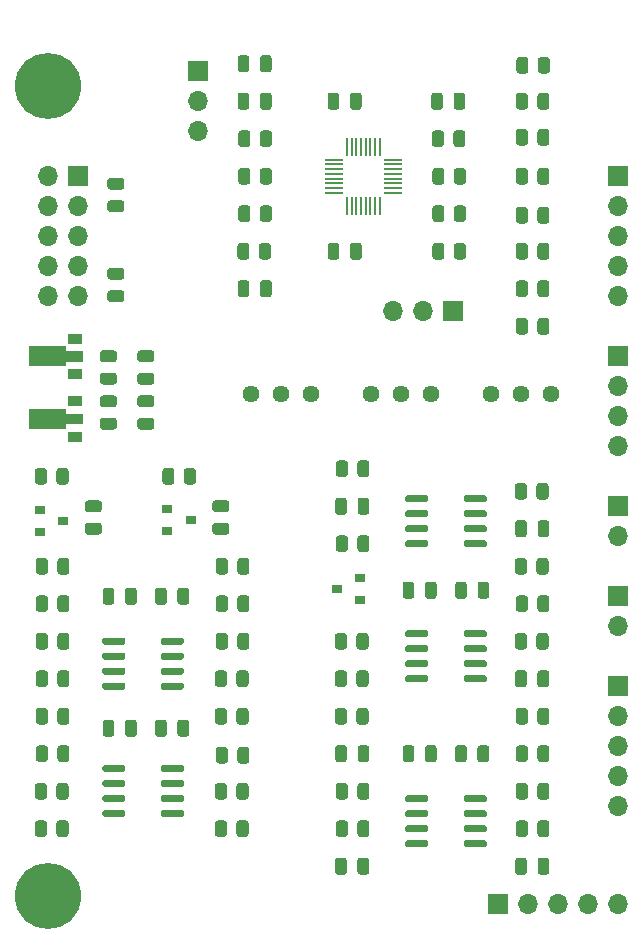
<source format=gts>
G04 #@! TF.GenerationSoftware,KiCad,Pcbnew,5.1.12-84ad8e8a86~92~ubuntu20.04.1*
G04 #@! TF.CreationDate,2021-12-23T14:30:50-05:00*
G04 #@! TF.ProjectId,SSI2130_VCO,53534932-3133-4305-9f56-434f2e6b6963,0*
G04 #@! TF.SameCoordinates,Original*
G04 #@! TF.FileFunction,Soldermask,Top*
G04 #@! TF.FilePolarity,Negative*
%FSLAX46Y46*%
G04 Gerber Fmt 4.6, Leading zero omitted, Abs format (unit mm)*
G04 Created by KiCad (PCBNEW 5.1.12-84ad8e8a86~92~ubuntu20.04.1) date 2021-12-23 14:30:50*
%MOMM*%
%LPD*%
G01*
G04 APERTURE LIST*
%ADD10R,1.500000X0.200000*%
%ADD11R,0.200000X1.500000*%
%ADD12R,0.900000X0.800000*%
%ADD13C,0.100000*%
%ADD14R,1.300000X0.900000*%
%ADD15C,1.440000*%
%ADD16O,1.700000X1.700000*%
%ADD17R,1.700000X1.700000*%
%ADD18C,5.600000*%
G04 APERTURE END LIST*
D10*
X59650000Y-39100000D03*
X59650000Y-38700000D03*
X59650000Y-38300000D03*
X59650000Y-37900000D03*
X59650000Y-37500000D03*
X59650000Y-37100000D03*
D11*
X58150000Y-35600000D03*
X57750000Y-35600000D03*
X56150000Y-35600000D03*
X57350000Y-35600000D03*
X56550000Y-35600000D03*
X56950000Y-35600000D03*
D10*
X54650000Y-37100000D03*
X54650000Y-38700000D03*
X54650000Y-37500000D03*
X54650000Y-39100000D03*
X54650000Y-37900000D03*
X54650000Y-38300000D03*
D11*
X56950000Y-40600000D03*
X57350000Y-40600000D03*
X58150000Y-40600000D03*
X56150000Y-40600000D03*
X56550000Y-40600000D03*
X57750000Y-40600000D03*
D10*
X59650000Y-39500000D03*
X59650000Y-36700000D03*
D11*
X58550000Y-35600000D03*
X55750000Y-35600000D03*
D10*
X54650000Y-36700000D03*
X54650000Y-39500000D03*
D11*
X55750000Y-40600000D03*
X58550000Y-40600000D03*
D12*
X42545000Y-67183000D03*
X40545000Y-68133000D03*
X40545000Y-66233000D03*
X31750000Y-67310000D03*
X29750000Y-68260000D03*
X29750000Y-66360000D03*
D13*
G36*
X28815000Y-52473500D02*
G01*
X31940000Y-52473500D01*
X31940000Y-52890000D01*
X33415000Y-52890000D01*
X33415000Y-53790000D01*
X31940000Y-53790000D01*
X31940000Y-54206500D01*
X28815000Y-54206500D01*
X28815000Y-52473500D01*
G37*
D14*
X32765000Y-51840000D03*
X32765000Y-54840000D03*
D13*
G36*
X28815000Y-57783500D02*
G01*
X31940000Y-57783500D01*
X31940000Y-58200000D01*
X33415000Y-58200000D01*
X33415000Y-59100000D01*
X31940000Y-59100000D01*
X31940000Y-59516500D01*
X28815000Y-59516500D01*
X28815000Y-57783500D01*
G37*
D14*
X32765000Y-57150000D03*
X32765000Y-60150000D03*
G36*
G01*
X62635000Y-69065000D02*
X62635000Y-69365000D01*
G75*
G02*
X62485000Y-69515000I-150000J0D01*
G01*
X60835000Y-69515000D01*
G75*
G02*
X60685000Y-69365000I0J150000D01*
G01*
X60685000Y-69065000D01*
G75*
G02*
X60835000Y-68915000I150000J0D01*
G01*
X62485000Y-68915000D01*
G75*
G02*
X62635000Y-69065000I0J-150000D01*
G01*
G37*
G36*
G01*
X62635000Y-67795000D02*
X62635000Y-68095000D01*
G75*
G02*
X62485000Y-68245000I-150000J0D01*
G01*
X60835000Y-68245000D01*
G75*
G02*
X60685000Y-68095000I0J150000D01*
G01*
X60685000Y-67795000D01*
G75*
G02*
X60835000Y-67645000I150000J0D01*
G01*
X62485000Y-67645000D01*
G75*
G02*
X62635000Y-67795000I0J-150000D01*
G01*
G37*
G36*
G01*
X62635000Y-66525000D02*
X62635000Y-66825000D01*
G75*
G02*
X62485000Y-66975000I-150000J0D01*
G01*
X60835000Y-66975000D01*
G75*
G02*
X60685000Y-66825000I0J150000D01*
G01*
X60685000Y-66525000D01*
G75*
G02*
X60835000Y-66375000I150000J0D01*
G01*
X62485000Y-66375000D01*
G75*
G02*
X62635000Y-66525000I0J-150000D01*
G01*
G37*
G36*
G01*
X62635000Y-65255000D02*
X62635000Y-65555000D01*
G75*
G02*
X62485000Y-65705000I-150000J0D01*
G01*
X60835000Y-65705000D01*
G75*
G02*
X60685000Y-65555000I0J150000D01*
G01*
X60685000Y-65255000D01*
G75*
G02*
X60835000Y-65105000I150000J0D01*
G01*
X62485000Y-65105000D01*
G75*
G02*
X62635000Y-65255000I0J-150000D01*
G01*
G37*
G36*
G01*
X67585000Y-65255000D02*
X67585000Y-65555000D01*
G75*
G02*
X67435000Y-65705000I-150000J0D01*
G01*
X65785000Y-65705000D01*
G75*
G02*
X65635000Y-65555000I0J150000D01*
G01*
X65635000Y-65255000D01*
G75*
G02*
X65785000Y-65105000I150000J0D01*
G01*
X67435000Y-65105000D01*
G75*
G02*
X67585000Y-65255000I0J-150000D01*
G01*
G37*
G36*
G01*
X67585000Y-66525000D02*
X67585000Y-66825000D01*
G75*
G02*
X67435000Y-66975000I-150000J0D01*
G01*
X65785000Y-66975000D01*
G75*
G02*
X65635000Y-66825000I0J150000D01*
G01*
X65635000Y-66525000D01*
G75*
G02*
X65785000Y-66375000I150000J0D01*
G01*
X67435000Y-66375000D01*
G75*
G02*
X67585000Y-66525000I0J-150000D01*
G01*
G37*
G36*
G01*
X67585000Y-67795000D02*
X67585000Y-68095000D01*
G75*
G02*
X67435000Y-68245000I-150000J0D01*
G01*
X65785000Y-68245000D01*
G75*
G02*
X65635000Y-68095000I0J150000D01*
G01*
X65635000Y-67795000D01*
G75*
G02*
X65785000Y-67645000I150000J0D01*
G01*
X67435000Y-67645000D01*
G75*
G02*
X67585000Y-67795000I0J-150000D01*
G01*
G37*
G36*
G01*
X67585000Y-69065000D02*
X67585000Y-69365000D01*
G75*
G02*
X67435000Y-69515000I-150000J0D01*
G01*
X65785000Y-69515000D01*
G75*
G02*
X65635000Y-69365000I0J150000D01*
G01*
X65635000Y-69065000D01*
G75*
G02*
X65785000Y-68915000I150000J0D01*
G01*
X67435000Y-68915000D01*
G75*
G02*
X67585000Y-69065000I0J-150000D01*
G01*
G37*
G36*
G01*
X62635000Y-94465000D02*
X62635000Y-94765000D01*
G75*
G02*
X62485000Y-94915000I-150000J0D01*
G01*
X60835000Y-94915000D01*
G75*
G02*
X60685000Y-94765000I0J150000D01*
G01*
X60685000Y-94465000D01*
G75*
G02*
X60835000Y-94315000I150000J0D01*
G01*
X62485000Y-94315000D01*
G75*
G02*
X62635000Y-94465000I0J-150000D01*
G01*
G37*
G36*
G01*
X62635000Y-93195000D02*
X62635000Y-93495000D01*
G75*
G02*
X62485000Y-93645000I-150000J0D01*
G01*
X60835000Y-93645000D01*
G75*
G02*
X60685000Y-93495000I0J150000D01*
G01*
X60685000Y-93195000D01*
G75*
G02*
X60835000Y-93045000I150000J0D01*
G01*
X62485000Y-93045000D01*
G75*
G02*
X62635000Y-93195000I0J-150000D01*
G01*
G37*
G36*
G01*
X62635000Y-91925000D02*
X62635000Y-92225000D01*
G75*
G02*
X62485000Y-92375000I-150000J0D01*
G01*
X60835000Y-92375000D01*
G75*
G02*
X60685000Y-92225000I0J150000D01*
G01*
X60685000Y-91925000D01*
G75*
G02*
X60835000Y-91775000I150000J0D01*
G01*
X62485000Y-91775000D01*
G75*
G02*
X62635000Y-91925000I0J-150000D01*
G01*
G37*
G36*
G01*
X62635000Y-90655000D02*
X62635000Y-90955000D01*
G75*
G02*
X62485000Y-91105000I-150000J0D01*
G01*
X60835000Y-91105000D01*
G75*
G02*
X60685000Y-90955000I0J150000D01*
G01*
X60685000Y-90655000D01*
G75*
G02*
X60835000Y-90505000I150000J0D01*
G01*
X62485000Y-90505000D01*
G75*
G02*
X62635000Y-90655000I0J-150000D01*
G01*
G37*
G36*
G01*
X67585000Y-90655000D02*
X67585000Y-90955000D01*
G75*
G02*
X67435000Y-91105000I-150000J0D01*
G01*
X65785000Y-91105000D01*
G75*
G02*
X65635000Y-90955000I0J150000D01*
G01*
X65635000Y-90655000D01*
G75*
G02*
X65785000Y-90505000I150000J0D01*
G01*
X67435000Y-90505000D01*
G75*
G02*
X67585000Y-90655000I0J-150000D01*
G01*
G37*
G36*
G01*
X67585000Y-91925000D02*
X67585000Y-92225000D01*
G75*
G02*
X67435000Y-92375000I-150000J0D01*
G01*
X65785000Y-92375000D01*
G75*
G02*
X65635000Y-92225000I0J150000D01*
G01*
X65635000Y-91925000D01*
G75*
G02*
X65785000Y-91775000I150000J0D01*
G01*
X67435000Y-91775000D01*
G75*
G02*
X67585000Y-91925000I0J-150000D01*
G01*
G37*
G36*
G01*
X67585000Y-93195000D02*
X67585000Y-93495000D01*
G75*
G02*
X67435000Y-93645000I-150000J0D01*
G01*
X65785000Y-93645000D01*
G75*
G02*
X65635000Y-93495000I0J150000D01*
G01*
X65635000Y-93195000D01*
G75*
G02*
X65785000Y-93045000I150000J0D01*
G01*
X67435000Y-93045000D01*
G75*
G02*
X67585000Y-93195000I0J-150000D01*
G01*
G37*
G36*
G01*
X67585000Y-94465000D02*
X67585000Y-94765000D01*
G75*
G02*
X67435000Y-94915000I-150000J0D01*
G01*
X65785000Y-94915000D01*
G75*
G02*
X65635000Y-94765000I0J150000D01*
G01*
X65635000Y-94465000D01*
G75*
G02*
X65785000Y-94315000I150000J0D01*
G01*
X67435000Y-94315000D01*
G75*
G02*
X67585000Y-94465000I0J-150000D01*
G01*
G37*
G36*
G01*
X62635000Y-80495000D02*
X62635000Y-80795000D01*
G75*
G02*
X62485000Y-80945000I-150000J0D01*
G01*
X60835000Y-80945000D01*
G75*
G02*
X60685000Y-80795000I0J150000D01*
G01*
X60685000Y-80495000D01*
G75*
G02*
X60835000Y-80345000I150000J0D01*
G01*
X62485000Y-80345000D01*
G75*
G02*
X62635000Y-80495000I0J-150000D01*
G01*
G37*
G36*
G01*
X62635000Y-79225000D02*
X62635000Y-79525000D01*
G75*
G02*
X62485000Y-79675000I-150000J0D01*
G01*
X60835000Y-79675000D01*
G75*
G02*
X60685000Y-79525000I0J150000D01*
G01*
X60685000Y-79225000D01*
G75*
G02*
X60835000Y-79075000I150000J0D01*
G01*
X62485000Y-79075000D01*
G75*
G02*
X62635000Y-79225000I0J-150000D01*
G01*
G37*
G36*
G01*
X62635000Y-77955000D02*
X62635000Y-78255000D01*
G75*
G02*
X62485000Y-78405000I-150000J0D01*
G01*
X60835000Y-78405000D01*
G75*
G02*
X60685000Y-78255000I0J150000D01*
G01*
X60685000Y-77955000D01*
G75*
G02*
X60835000Y-77805000I150000J0D01*
G01*
X62485000Y-77805000D01*
G75*
G02*
X62635000Y-77955000I0J-150000D01*
G01*
G37*
G36*
G01*
X62635000Y-76685000D02*
X62635000Y-76985000D01*
G75*
G02*
X62485000Y-77135000I-150000J0D01*
G01*
X60835000Y-77135000D01*
G75*
G02*
X60685000Y-76985000I0J150000D01*
G01*
X60685000Y-76685000D01*
G75*
G02*
X60835000Y-76535000I150000J0D01*
G01*
X62485000Y-76535000D01*
G75*
G02*
X62635000Y-76685000I0J-150000D01*
G01*
G37*
G36*
G01*
X67585000Y-76685000D02*
X67585000Y-76985000D01*
G75*
G02*
X67435000Y-77135000I-150000J0D01*
G01*
X65785000Y-77135000D01*
G75*
G02*
X65635000Y-76985000I0J150000D01*
G01*
X65635000Y-76685000D01*
G75*
G02*
X65785000Y-76535000I150000J0D01*
G01*
X67435000Y-76535000D01*
G75*
G02*
X67585000Y-76685000I0J-150000D01*
G01*
G37*
G36*
G01*
X67585000Y-77955000D02*
X67585000Y-78255000D01*
G75*
G02*
X67435000Y-78405000I-150000J0D01*
G01*
X65785000Y-78405000D01*
G75*
G02*
X65635000Y-78255000I0J150000D01*
G01*
X65635000Y-77955000D01*
G75*
G02*
X65785000Y-77805000I150000J0D01*
G01*
X67435000Y-77805000D01*
G75*
G02*
X67585000Y-77955000I0J-150000D01*
G01*
G37*
G36*
G01*
X67585000Y-79225000D02*
X67585000Y-79525000D01*
G75*
G02*
X67435000Y-79675000I-150000J0D01*
G01*
X65785000Y-79675000D01*
G75*
G02*
X65635000Y-79525000I0J150000D01*
G01*
X65635000Y-79225000D01*
G75*
G02*
X65785000Y-79075000I150000J0D01*
G01*
X67435000Y-79075000D01*
G75*
G02*
X67585000Y-79225000I0J-150000D01*
G01*
G37*
G36*
G01*
X67585000Y-80495000D02*
X67585000Y-80795000D01*
G75*
G02*
X67435000Y-80945000I-150000J0D01*
G01*
X65785000Y-80945000D01*
G75*
G02*
X65635000Y-80795000I0J150000D01*
G01*
X65635000Y-80495000D01*
G75*
G02*
X65785000Y-80345000I150000J0D01*
G01*
X67435000Y-80345000D01*
G75*
G02*
X67585000Y-80495000I0J-150000D01*
G01*
G37*
G36*
G01*
X37007000Y-91910000D02*
X37007000Y-92210000D01*
G75*
G02*
X36857000Y-92360000I-150000J0D01*
G01*
X35207000Y-92360000D01*
G75*
G02*
X35057000Y-92210000I0J150000D01*
G01*
X35057000Y-91910000D01*
G75*
G02*
X35207000Y-91760000I150000J0D01*
G01*
X36857000Y-91760000D01*
G75*
G02*
X37007000Y-91910000I0J-150000D01*
G01*
G37*
G36*
G01*
X37007000Y-90640000D02*
X37007000Y-90940000D01*
G75*
G02*
X36857000Y-91090000I-150000J0D01*
G01*
X35207000Y-91090000D01*
G75*
G02*
X35057000Y-90940000I0J150000D01*
G01*
X35057000Y-90640000D01*
G75*
G02*
X35207000Y-90490000I150000J0D01*
G01*
X36857000Y-90490000D01*
G75*
G02*
X37007000Y-90640000I0J-150000D01*
G01*
G37*
G36*
G01*
X37007000Y-89370000D02*
X37007000Y-89670000D01*
G75*
G02*
X36857000Y-89820000I-150000J0D01*
G01*
X35207000Y-89820000D01*
G75*
G02*
X35057000Y-89670000I0J150000D01*
G01*
X35057000Y-89370000D01*
G75*
G02*
X35207000Y-89220000I150000J0D01*
G01*
X36857000Y-89220000D01*
G75*
G02*
X37007000Y-89370000I0J-150000D01*
G01*
G37*
G36*
G01*
X37007000Y-88100000D02*
X37007000Y-88400000D01*
G75*
G02*
X36857000Y-88550000I-150000J0D01*
G01*
X35207000Y-88550000D01*
G75*
G02*
X35057000Y-88400000I0J150000D01*
G01*
X35057000Y-88100000D01*
G75*
G02*
X35207000Y-87950000I150000J0D01*
G01*
X36857000Y-87950000D01*
G75*
G02*
X37007000Y-88100000I0J-150000D01*
G01*
G37*
G36*
G01*
X41957000Y-88100000D02*
X41957000Y-88400000D01*
G75*
G02*
X41807000Y-88550000I-150000J0D01*
G01*
X40157000Y-88550000D01*
G75*
G02*
X40007000Y-88400000I0J150000D01*
G01*
X40007000Y-88100000D01*
G75*
G02*
X40157000Y-87950000I150000J0D01*
G01*
X41807000Y-87950000D01*
G75*
G02*
X41957000Y-88100000I0J-150000D01*
G01*
G37*
G36*
G01*
X41957000Y-89370000D02*
X41957000Y-89670000D01*
G75*
G02*
X41807000Y-89820000I-150000J0D01*
G01*
X40157000Y-89820000D01*
G75*
G02*
X40007000Y-89670000I0J150000D01*
G01*
X40007000Y-89370000D01*
G75*
G02*
X40157000Y-89220000I150000J0D01*
G01*
X41807000Y-89220000D01*
G75*
G02*
X41957000Y-89370000I0J-150000D01*
G01*
G37*
G36*
G01*
X41957000Y-90640000D02*
X41957000Y-90940000D01*
G75*
G02*
X41807000Y-91090000I-150000J0D01*
G01*
X40157000Y-91090000D01*
G75*
G02*
X40007000Y-90940000I0J150000D01*
G01*
X40007000Y-90640000D01*
G75*
G02*
X40157000Y-90490000I150000J0D01*
G01*
X41807000Y-90490000D01*
G75*
G02*
X41957000Y-90640000I0J-150000D01*
G01*
G37*
G36*
G01*
X41957000Y-91910000D02*
X41957000Y-92210000D01*
G75*
G02*
X41807000Y-92360000I-150000J0D01*
G01*
X40157000Y-92360000D01*
G75*
G02*
X40007000Y-92210000I0J150000D01*
G01*
X40007000Y-91910000D01*
G75*
G02*
X40157000Y-91760000I150000J0D01*
G01*
X41807000Y-91760000D01*
G75*
G02*
X41957000Y-91910000I0J-150000D01*
G01*
G37*
G36*
G01*
X37007000Y-81130000D02*
X37007000Y-81430000D01*
G75*
G02*
X36857000Y-81580000I-150000J0D01*
G01*
X35207000Y-81580000D01*
G75*
G02*
X35057000Y-81430000I0J150000D01*
G01*
X35057000Y-81130000D01*
G75*
G02*
X35207000Y-80980000I150000J0D01*
G01*
X36857000Y-80980000D01*
G75*
G02*
X37007000Y-81130000I0J-150000D01*
G01*
G37*
G36*
G01*
X37007000Y-79860000D02*
X37007000Y-80160000D01*
G75*
G02*
X36857000Y-80310000I-150000J0D01*
G01*
X35207000Y-80310000D01*
G75*
G02*
X35057000Y-80160000I0J150000D01*
G01*
X35057000Y-79860000D01*
G75*
G02*
X35207000Y-79710000I150000J0D01*
G01*
X36857000Y-79710000D01*
G75*
G02*
X37007000Y-79860000I0J-150000D01*
G01*
G37*
G36*
G01*
X37007000Y-78590000D02*
X37007000Y-78890000D01*
G75*
G02*
X36857000Y-79040000I-150000J0D01*
G01*
X35207000Y-79040000D01*
G75*
G02*
X35057000Y-78890000I0J150000D01*
G01*
X35057000Y-78590000D01*
G75*
G02*
X35207000Y-78440000I150000J0D01*
G01*
X36857000Y-78440000D01*
G75*
G02*
X37007000Y-78590000I0J-150000D01*
G01*
G37*
G36*
G01*
X37007000Y-77320000D02*
X37007000Y-77620000D01*
G75*
G02*
X36857000Y-77770000I-150000J0D01*
G01*
X35207000Y-77770000D01*
G75*
G02*
X35057000Y-77620000I0J150000D01*
G01*
X35057000Y-77320000D01*
G75*
G02*
X35207000Y-77170000I150000J0D01*
G01*
X36857000Y-77170000D01*
G75*
G02*
X37007000Y-77320000I0J-150000D01*
G01*
G37*
G36*
G01*
X41957000Y-77320000D02*
X41957000Y-77620000D01*
G75*
G02*
X41807000Y-77770000I-150000J0D01*
G01*
X40157000Y-77770000D01*
G75*
G02*
X40007000Y-77620000I0J150000D01*
G01*
X40007000Y-77320000D01*
G75*
G02*
X40157000Y-77170000I150000J0D01*
G01*
X41807000Y-77170000D01*
G75*
G02*
X41957000Y-77320000I0J-150000D01*
G01*
G37*
G36*
G01*
X41957000Y-78590000D02*
X41957000Y-78890000D01*
G75*
G02*
X41807000Y-79040000I-150000J0D01*
G01*
X40157000Y-79040000D01*
G75*
G02*
X40007000Y-78890000I0J150000D01*
G01*
X40007000Y-78590000D01*
G75*
G02*
X40157000Y-78440000I150000J0D01*
G01*
X41807000Y-78440000D01*
G75*
G02*
X41957000Y-78590000I0J-150000D01*
G01*
G37*
G36*
G01*
X41957000Y-79860000D02*
X41957000Y-80160000D01*
G75*
G02*
X41807000Y-80310000I-150000J0D01*
G01*
X40157000Y-80310000D01*
G75*
G02*
X40007000Y-80160000I0J150000D01*
G01*
X40007000Y-79860000D01*
G75*
G02*
X40157000Y-79710000I150000J0D01*
G01*
X41807000Y-79710000D01*
G75*
G02*
X41957000Y-79860000I0J-150000D01*
G01*
G37*
G36*
G01*
X41957000Y-81130000D02*
X41957000Y-81430000D01*
G75*
G02*
X41807000Y-81580000I-150000J0D01*
G01*
X40157000Y-81580000D01*
G75*
G02*
X40007000Y-81430000I0J150000D01*
G01*
X40007000Y-81130000D01*
G75*
G02*
X40157000Y-80980000I150000J0D01*
G01*
X41807000Y-80980000D01*
G75*
G02*
X41957000Y-81130000I0J-150000D01*
G01*
G37*
D15*
X47625000Y-56515000D03*
X50165000Y-56515000D03*
X52705000Y-56515000D03*
X57785000Y-56515000D03*
X60325000Y-56515000D03*
X62865000Y-56515000D03*
X67945000Y-56515000D03*
X70485000Y-56515000D03*
X73025000Y-56515000D03*
G36*
G01*
X63965500Y-34474998D02*
X63965500Y-35375002D01*
G75*
G02*
X63715502Y-35625000I-249998J0D01*
G01*
X63190498Y-35625000D01*
G75*
G02*
X62940500Y-35375002I0J249998D01*
G01*
X62940500Y-34474998D01*
G75*
G02*
X63190498Y-34225000I249998J0D01*
G01*
X63715502Y-34225000D01*
G75*
G02*
X63965500Y-34474998I0J-249998D01*
G01*
G37*
G36*
G01*
X65790500Y-34474998D02*
X65790500Y-35375002D01*
G75*
G02*
X65540502Y-35625000I-249998J0D01*
G01*
X65015498Y-35625000D01*
G75*
G02*
X64765500Y-35375002I0J249998D01*
G01*
X64765500Y-34474998D01*
G75*
G02*
X65015498Y-34225000I249998J0D01*
G01*
X65540502Y-34225000D01*
G75*
G02*
X65790500Y-34474998I0J-249998D01*
G01*
G37*
G36*
G01*
X64812500Y-38550002D02*
X64812500Y-37649998D01*
G75*
G02*
X65062498Y-37400000I249998J0D01*
G01*
X65587502Y-37400000D01*
G75*
G02*
X65837500Y-37649998I0J-249998D01*
G01*
X65837500Y-38550002D01*
G75*
G02*
X65587502Y-38800000I-249998J0D01*
G01*
X65062498Y-38800000D01*
G75*
G02*
X64812500Y-38550002I0J249998D01*
G01*
G37*
G36*
G01*
X62987500Y-38550002D02*
X62987500Y-37649998D01*
G75*
G02*
X63237498Y-37400000I249998J0D01*
G01*
X63762502Y-37400000D01*
G75*
G02*
X64012500Y-37649998I0J-249998D01*
G01*
X64012500Y-38550002D01*
G75*
G02*
X63762502Y-38800000I-249998J0D01*
G01*
X63237498Y-38800000D01*
G75*
G02*
X62987500Y-38550002I0J249998D01*
G01*
G37*
G36*
G01*
X64812500Y-44900002D02*
X64812500Y-43999998D01*
G75*
G02*
X65062498Y-43750000I249998J0D01*
G01*
X65587502Y-43750000D01*
G75*
G02*
X65837500Y-43999998I0J-249998D01*
G01*
X65837500Y-44900002D01*
G75*
G02*
X65587502Y-45150000I-249998J0D01*
G01*
X65062498Y-45150000D01*
G75*
G02*
X64812500Y-44900002I0J249998D01*
G01*
G37*
G36*
G01*
X62987500Y-44900002D02*
X62987500Y-43999998D01*
G75*
G02*
X63237498Y-43750000I249998J0D01*
G01*
X63762502Y-43750000D01*
G75*
G02*
X64012500Y-43999998I0J-249998D01*
G01*
X64012500Y-44900002D01*
G75*
G02*
X63762502Y-45150000I-249998J0D01*
G01*
X63237498Y-45150000D01*
G75*
G02*
X62987500Y-44900002I0J249998D01*
G01*
G37*
G36*
G01*
X64012500Y-40824998D02*
X64012500Y-41725002D01*
G75*
G02*
X63762502Y-41975000I-249998J0D01*
G01*
X63237498Y-41975000D01*
G75*
G02*
X62987500Y-41725002I0J249998D01*
G01*
X62987500Y-40824998D01*
G75*
G02*
X63237498Y-40575000I249998J0D01*
G01*
X63762502Y-40575000D01*
G75*
G02*
X64012500Y-40824998I0J-249998D01*
G01*
G37*
G36*
G01*
X65837500Y-40824998D02*
X65837500Y-41725002D01*
G75*
G02*
X65587502Y-41975000I-249998J0D01*
G01*
X65062498Y-41975000D01*
G75*
G02*
X64812500Y-41725002I0J249998D01*
G01*
X64812500Y-40824998D01*
G75*
G02*
X65062498Y-40575000I249998J0D01*
G01*
X65587502Y-40575000D01*
G75*
G02*
X65837500Y-40824998I0J-249998D01*
G01*
G37*
G36*
G01*
X47502500Y-43999998D02*
X47502500Y-44900002D01*
G75*
G02*
X47252502Y-45150000I-249998J0D01*
G01*
X46727498Y-45150000D01*
G75*
G02*
X46477500Y-44900002I0J249998D01*
G01*
X46477500Y-43999998D01*
G75*
G02*
X46727498Y-43750000I249998J0D01*
G01*
X47252502Y-43750000D01*
G75*
G02*
X47502500Y-43999998I0J-249998D01*
G01*
G37*
G36*
G01*
X49327500Y-43999998D02*
X49327500Y-44900002D01*
G75*
G02*
X49077502Y-45150000I-249998J0D01*
G01*
X48552498Y-45150000D01*
G75*
G02*
X48302500Y-44900002I0J249998D01*
G01*
X48302500Y-43999998D01*
G75*
G02*
X48552498Y-43750000I249998J0D01*
G01*
X49077502Y-43750000D01*
G75*
G02*
X49327500Y-43999998I0J-249998D01*
G01*
G37*
G36*
G01*
X48382500Y-41725002D02*
X48382500Y-40824998D01*
G75*
G02*
X48632498Y-40575000I249998J0D01*
G01*
X49157502Y-40575000D01*
G75*
G02*
X49407500Y-40824998I0J-249998D01*
G01*
X49407500Y-41725002D01*
G75*
G02*
X49157502Y-41975000I-249998J0D01*
G01*
X48632498Y-41975000D01*
G75*
G02*
X48382500Y-41725002I0J249998D01*
G01*
G37*
G36*
G01*
X46557500Y-41725002D02*
X46557500Y-40824998D01*
G75*
G02*
X46807498Y-40575000I249998J0D01*
G01*
X47332502Y-40575000D01*
G75*
G02*
X47582500Y-40824998I0J-249998D01*
G01*
X47582500Y-41725002D01*
G75*
G02*
X47332502Y-41975000I-249998J0D01*
G01*
X46807498Y-41975000D01*
G75*
G02*
X46557500Y-41725002I0J249998D01*
G01*
G37*
G36*
G01*
X71077500Y-50349998D02*
X71077500Y-51250002D01*
G75*
G02*
X70827502Y-51500000I-249998J0D01*
G01*
X70302498Y-51500000D01*
G75*
G02*
X70052500Y-51250002I0J249998D01*
G01*
X70052500Y-50349998D01*
G75*
G02*
X70302498Y-50100000I249998J0D01*
G01*
X70827502Y-50100000D01*
G75*
G02*
X71077500Y-50349998I0J-249998D01*
G01*
G37*
G36*
G01*
X72902500Y-50349998D02*
X72902500Y-51250002D01*
G75*
G02*
X72652502Y-51500000I-249998J0D01*
G01*
X72127498Y-51500000D01*
G75*
G02*
X71877500Y-51250002I0J249998D01*
G01*
X71877500Y-50349998D01*
G75*
G02*
X72127498Y-50100000I249998J0D01*
G01*
X72652502Y-50100000D01*
G75*
G02*
X72902500Y-50349998I0J-249998D01*
G01*
G37*
G36*
G01*
X71877500Y-48075002D02*
X71877500Y-47174998D01*
G75*
G02*
X72127498Y-46925000I249998J0D01*
G01*
X72652502Y-46925000D01*
G75*
G02*
X72902500Y-47174998I0J-249998D01*
G01*
X72902500Y-48075002D01*
G75*
G02*
X72652502Y-48325000I-249998J0D01*
G01*
X72127498Y-48325000D01*
G75*
G02*
X71877500Y-48075002I0J249998D01*
G01*
G37*
G36*
G01*
X70052500Y-48075002D02*
X70052500Y-47174998D01*
G75*
G02*
X70302498Y-46925000I249998J0D01*
G01*
X70827502Y-46925000D01*
G75*
G02*
X71077500Y-47174998I0J-249998D01*
G01*
X71077500Y-48075002D01*
G75*
G02*
X70827502Y-48325000I-249998J0D01*
G01*
X70302498Y-48325000D01*
G75*
G02*
X70052500Y-48075002I0J249998D01*
G01*
G37*
G36*
G01*
X47582500Y-37649998D02*
X47582500Y-38550002D01*
G75*
G02*
X47332502Y-38800000I-249998J0D01*
G01*
X46807498Y-38800000D01*
G75*
G02*
X46557500Y-38550002I0J249998D01*
G01*
X46557500Y-37649998D01*
G75*
G02*
X46807498Y-37400000I249998J0D01*
G01*
X47332502Y-37400000D01*
G75*
G02*
X47582500Y-37649998I0J-249998D01*
G01*
G37*
G36*
G01*
X49407500Y-37649998D02*
X49407500Y-38550002D01*
G75*
G02*
X49157502Y-38800000I-249998J0D01*
G01*
X48632498Y-38800000D01*
G75*
G02*
X48382500Y-38550002I0J249998D01*
G01*
X48382500Y-37649998D01*
G75*
G02*
X48632498Y-37400000I249998J0D01*
G01*
X49157502Y-37400000D01*
G75*
G02*
X49407500Y-37649998I0J-249998D01*
G01*
G37*
G36*
G01*
X71877500Y-41852002D02*
X71877500Y-40951998D01*
G75*
G02*
X72127498Y-40702000I249998J0D01*
G01*
X72652502Y-40702000D01*
G75*
G02*
X72902500Y-40951998I0J-249998D01*
G01*
X72902500Y-41852002D01*
G75*
G02*
X72652502Y-42102000I-249998J0D01*
G01*
X72127498Y-42102000D01*
G75*
G02*
X71877500Y-41852002I0J249998D01*
G01*
G37*
G36*
G01*
X70052500Y-41852002D02*
X70052500Y-40951998D01*
G75*
G02*
X70302498Y-40702000I249998J0D01*
G01*
X70827502Y-40702000D01*
G75*
G02*
X71077500Y-40951998I0J-249998D01*
G01*
X71077500Y-41852002D01*
G75*
G02*
X70827502Y-42102000I-249998J0D01*
G01*
X70302498Y-42102000D01*
G75*
G02*
X70052500Y-41852002I0J249998D01*
G01*
G37*
G36*
G01*
X71877500Y-38550002D02*
X71877500Y-37649998D01*
G75*
G02*
X72127498Y-37400000I249998J0D01*
G01*
X72652502Y-37400000D01*
G75*
G02*
X72902500Y-37649998I0J-249998D01*
G01*
X72902500Y-38550002D01*
G75*
G02*
X72652502Y-38800000I-249998J0D01*
G01*
X72127498Y-38800000D01*
G75*
G02*
X71877500Y-38550002I0J249998D01*
G01*
G37*
G36*
G01*
X70052500Y-38550002D02*
X70052500Y-37649998D01*
G75*
G02*
X70302498Y-37400000I249998J0D01*
G01*
X70827502Y-37400000D01*
G75*
G02*
X71077500Y-37649998I0J-249998D01*
G01*
X71077500Y-38550002D01*
G75*
G02*
X70827502Y-38800000I-249998J0D01*
G01*
X70302498Y-38800000D01*
G75*
G02*
X70052500Y-38550002I0J249998D01*
G01*
G37*
G36*
G01*
X71877500Y-35248002D02*
X71877500Y-34347998D01*
G75*
G02*
X72127498Y-34098000I249998J0D01*
G01*
X72652502Y-34098000D01*
G75*
G02*
X72902500Y-34347998I0J-249998D01*
G01*
X72902500Y-35248002D01*
G75*
G02*
X72652502Y-35498000I-249998J0D01*
G01*
X72127498Y-35498000D01*
G75*
G02*
X71877500Y-35248002I0J249998D01*
G01*
G37*
G36*
G01*
X70052500Y-35248002D02*
X70052500Y-34347998D01*
G75*
G02*
X70302498Y-34098000I249998J0D01*
G01*
X70827502Y-34098000D01*
G75*
G02*
X71077500Y-34347998I0J-249998D01*
G01*
X71077500Y-35248002D01*
G75*
G02*
X70827502Y-35498000I-249998J0D01*
G01*
X70302498Y-35498000D01*
G75*
G02*
X70052500Y-35248002I0J249998D01*
G01*
G37*
G36*
G01*
X71877500Y-32200002D02*
X71877500Y-31299998D01*
G75*
G02*
X72127498Y-31050000I249998J0D01*
G01*
X72652502Y-31050000D01*
G75*
G02*
X72902500Y-31299998I0J-249998D01*
G01*
X72902500Y-32200002D01*
G75*
G02*
X72652502Y-32450000I-249998J0D01*
G01*
X72127498Y-32450000D01*
G75*
G02*
X71877500Y-32200002I0J249998D01*
G01*
G37*
G36*
G01*
X70052500Y-32200002D02*
X70052500Y-31299998D01*
G75*
G02*
X70302498Y-31050000I249998J0D01*
G01*
X70827502Y-31050000D01*
G75*
G02*
X71077500Y-31299998I0J-249998D01*
G01*
X71077500Y-32200002D01*
G75*
G02*
X70827502Y-32450000I-249998J0D01*
G01*
X70302498Y-32450000D01*
G75*
G02*
X70052500Y-32200002I0J249998D01*
G01*
G37*
G36*
G01*
X71924500Y-29152002D02*
X71924500Y-28251998D01*
G75*
G02*
X72174498Y-28002000I249998J0D01*
G01*
X72699502Y-28002000D01*
G75*
G02*
X72949500Y-28251998I0J-249998D01*
G01*
X72949500Y-29152002D01*
G75*
G02*
X72699502Y-29402000I-249998J0D01*
G01*
X72174498Y-29402000D01*
G75*
G02*
X71924500Y-29152002I0J249998D01*
G01*
G37*
G36*
G01*
X70099500Y-29152002D02*
X70099500Y-28251998D01*
G75*
G02*
X70349498Y-28002000I249998J0D01*
G01*
X70874502Y-28002000D01*
G75*
G02*
X71124500Y-28251998I0J-249998D01*
G01*
X71124500Y-29152002D01*
G75*
G02*
X70874502Y-29402000I-249998J0D01*
G01*
X70349498Y-29402000D01*
G75*
G02*
X70099500Y-29152002I0J249998D01*
G01*
G37*
G36*
G01*
X71877500Y-44900002D02*
X71877500Y-43999998D01*
G75*
G02*
X72127498Y-43750000I249998J0D01*
G01*
X72652502Y-43750000D01*
G75*
G02*
X72902500Y-43999998I0J-249998D01*
G01*
X72902500Y-44900002D01*
G75*
G02*
X72652502Y-45150000I-249998J0D01*
G01*
X72127498Y-45150000D01*
G75*
G02*
X71877500Y-44900002I0J249998D01*
G01*
G37*
G36*
G01*
X70052500Y-44900002D02*
X70052500Y-43999998D01*
G75*
G02*
X70302498Y-43750000I249998J0D01*
G01*
X70827502Y-43750000D01*
G75*
G02*
X71077500Y-43999998I0J-249998D01*
G01*
X71077500Y-44900002D01*
G75*
G02*
X70827502Y-45150000I-249998J0D01*
G01*
X70302498Y-45150000D01*
G75*
G02*
X70052500Y-44900002I0J249998D01*
G01*
G37*
G36*
G01*
X47582500Y-34474998D02*
X47582500Y-35375002D01*
G75*
G02*
X47332502Y-35625000I-249998J0D01*
G01*
X46807498Y-35625000D01*
G75*
G02*
X46557500Y-35375002I0J249998D01*
G01*
X46557500Y-34474998D01*
G75*
G02*
X46807498Y-34225000I249998J0D01*
G01*
X47332502Y-34225000D01*
G75*
G02*
X47582500Y-34474998I0J-249998D01*
G01*
G37*
G36*
G01*
X49407500Y-34474998D02*
X49407500Y-35375002D01*
G75*
G02*
X49157502Y-35625000I-249998J0D01*
G01*
X48632498Y-35625000D01*
G75*
G02*
X48382500Y-35375002I0J249998D01*
G01*
X48382500Y-34474998D01*
G75*
G02*
X48632498Y-34225000I249998J0D01*
G01*
X49157502Y-34225000D01*
G75*
G02*
X49407500Y-34474998I0J-249998D01*
G01*
G37*
G36*
G01*
X56637500Y-93795002D02*
X56637500Y-92894998D01*
G75*
G02*
X56887498Y-92645000I249998J0D01*
G01*
X57412502Y-92645000D01*
G75*
G02*
X57662500Y-92894998I0J-249998D01*
G01*
X57662500Y-93795002D01*
G75*
G02*
X57412502Y-94045000I-249998J0D01*
G01*
X56887498Y-94045000D01*
G75*
G02*
X56637500Y-93795002I0J249998D01*
G01*
G37*
G36*
G01*
X54812500Y-93795002D02*
X54812500Y-92894998D01*
G75*
G02*
X55062498Y-92645000I249998J0D01*
G01*
X55587502Y-92645000D01*
G75*
G02*
X55837500Y-92894998I0J-249998D01*
G01*
X55837500Y-93795002D01*
G75*
G02*
X55587502Y-94045000I-249998J0D01*
G01*
X55062498Y-94045000D01*
G75*
G02*
X54812500Y-93795002I0J249998D01*
G01*
G37*
G36*
G01*
X55837500Y-89719998D02*
X55837500Y-90620002D01*
G75*
G02*
X55587502Y-90870000I-249998J0D01*
G01*
X55062498Y-90870000D01*
G75*
G02*
X54812500Y-90620002I0J249998D01*
G01*
X54812500Y-89719998D01*
G75*
G02*
X55062498Y-89470000I249998J0D01*
G01*
X55587502Y-89470000D01*
G75*
G02*
X55837500Y-89719998I0J-249998D01*
G01*
G37*
G36*
G01*
X57662500Y-89719998D02*
X57662500Y-90620002D01*
G75*
G02*
X57412502Y-90870000I-249998J0D01*
G01*
X56887498Y-90870000D01*
G75*
G02*
X56637500Y-90620002I0J249998D01*
G01*
X56637500Y-89719998D01*
G75*
G02*
X56887498Y-89470000I249998J0D01*
G01*
X57412502Y-89470000D01*
G75*
G02*
X57662500Y-89719998I0J-249998D01*
G01*
G37*
G36*
G01*
X41152500Y-63049998D02*
X41152500Y-63950002D01*
G75*
G02*
X40902502Y-64200000I-249998J0D01*
G01*
X40377498Y-64200000D01*
G75*
G02*
X40127500Y-63950002I0J249998D01*
G01*
X40127500Y-63049998D01*
G75*
G02*
X40377498Y-62800000I249998J0D01*
G01*
X40902502Y-62800000D01*
G75*
G02*
X41152500Y-63049998I0J-249998D01*
G01*
G37*
G36*
G01*
X42977500Y-63049998D02*
X42977500Y-63950002D01*
G75*
G02*
X42727502Y-64200000I-249998J0D01*
G01*
X42202498Y-64200000D01*
G75*
G02*
X41952500Y-63950002I0J249998D01*
G01*
X41952500Y-63049998D01*
G75*
G02*
X42202498Y-62800000I249998J0D01*
G01*
X42727502Y-62800000D01*
G75*
G02*
X42977500Y-63049998I0J-249998D01*
G01*
G37*
G36*
G01*
X30357500Y-63049998D02*
X30357500Y-63950002D01*
G75*
G02*
X30107502Y-64200000I-249998J0D01*
G01*
X29582498Y-64200000D01*
G75*
G02*
X29332500Y-63950002I0J249998D01*
G01*
X29332500Y-63049998D01*
G75*
G02*
X29582498Y-62800000I249998J0D01*
G01*
X30107502Y-62800000D01*
G75*
G02*
X30357500Y-63049998I0J-249998D01*
G01*
G37*
G36*
G01*
X32182500Y-63049998D02*
X32182500Y-63950002D01*
G75*
G02*
X31932502Y-64200000I-249998J0D01*
G01*
X31407498Y-64200000D01*
G75*
G02*
X31157500Y-63950002I0J249998D01*
G01*
X31157500Y-63049998D01*
G75*
G02*
X31407498Y-62800000I249998J0D01*
G01*
X31932502Y-62800000D01*
G75*
G02*
X32182500Y-63049998I0J-249998D01*
G01*
G37*
G36*
G01*
X71077500Y-92894998D02*
X71077500Y-93795002D01*
G75*
G02*
X70827502Y-94045000I-249998J0D01*
G01*
X70302498Y-94045000D01*
G75*
G02*
X70052500Y-93795002I0J249998D01*
G01*
X70052500Y-92894998D01*
G75*
G02*
X70302498Y-92645000I249998J0D01*
G01*
X70827502Y-92645000D01*
G75*
G02*
X71077500Y-92894998I0J-249998D01*
G01*
G37*
G36*
G01*
X72902500Y-92894998D02*
X72902500Y-93795002D01*
G75*
G02*
X72652502Y-94045000I-249998J0D01*
G01*
X72127498Y-94045000D01*
G75*
G02*
X71877500Y-93795002I0J249998D01*
G01*
X71877500Y-92894998D01*
G75*
G02*
X72127498Y-92645000I249998J0D01*
G01*
X72652502Y-92645000D01*
G75*
G02*
X72902500Y-92894998I0J-249998D01*
G01*
G37*
G36*
G01*
X71877500Y-84270002D02*
X71877500Y-83369998D01*
G75*
G02*
X72127498Y-83120000I249998J0D01*
G01*
X72652502Y-83120000D01*
G75*
G02*
X72902500Y-83369998I0J-249998D01*
G01*
X72902500Y-84270002D01*
G75*
G02*
X72652502Y-84520000I-249998J0D01*
G01*
X72127498Y-84520000D01*
G75*
G02*
X71877500Y-84270002I0J249998D01*
G01*
G37*
G36*
G01*
X70052500Y-84270002D02*
X70052500Y-83369998D01*
G75*
G02*
X70302498Y-83120000I249998J0D01*
G01*
X70827502Y-83120000D01*
G75*
G02*
X71077500Y-83369998I0J-249998D01*
G01*
X71077500Y-84270002D01*
G75*
G02*
X70827502Y-84520000I-249998J0D01*
G01*
X70302498Y-84520000D01*
G75*
G02*
X70052500Y-84270002I0J249998D01*
G01*
G37*
G36*
G01*
X71877500Y-87445002D02*
X71877500Y-86544998D01*
G75*
G02*
X72127498Y-86295000I249998J0D01*
G01*
X72652502Y-86295000D01*
G75*
G02*
X72902500Y-86544998I0J-249998D01*
G01*
X72902500Y-87445002D01*
G75*
G02*
X72652502Y-87695000I-249998J0D01*
G01*
X72127498Y-87695000D01*
G75*
G02*
X71877500Y-87445002I0J249998D01*
G01*
G37*
G36*
G01*
X70052500Y-87445002D02*
X70052500Y-86544998D01*
G75*
G02*
X70302498Y-86295000I249998J0D01*
G01*
X70827502Y-86295000D01*
G75*
G02*
X71077500Y-86544998I0J-249998D01*
G01*
X71077500Y-87445002D01*
G75*
G02*
X70827502Y-87695000I-249998J0D01*
G01*
X70302498Y-87695000D01*
G75*
G02*
X70052500Y-87445002I0J249998D01*
G01*
G37*
G36*
G01*
X71877500Y-90620002D02*
X71877500Y-89719998D01*
G75*
G02*
X72127498Y-89470000I249998J0D01*
G01*
X72652502Y-89470000D01*
G75*
G02*
X72902500Y-89719998I0J-249998D01*
G01*
X72902500Y-90620002D01*
G75*
G02*
X72652502Y-90870000I-249998J0D01*
G01*
X72127498Y-90870000D01*
G75*
G02*
X71877500Y-90620002I0J249998D01*
G01*
G37*
G36*
G01*
X70052500Y-90620002D02*
X70052500Y-89719998D01*
G75*
G02*
X70302498Y-89470000I249998J0D01*
G01*
X70827502Y-89470000D01*
G75*
G02*
X71077500Y-89719998I0J-249998D01*
G01*
X71077500Y-90620002D01*
G75*
G02*
X70827502Y-90870000I-249998J0D01*
G01*
X70302498Y-90870000D01*
G75*
G02*
X70052500Y-90620002I0J249998D01*
G01*
G37*
G36*
G01*
X31157500Y-93795002D02*
X31157500Y-92894998D01*
G75*
G02*
X31407498Y-92645000I249998J0D01*
G01*
X31932502Y-92645000D01*
G75*
G02*
X32182500Y-92894998I0J-249998D01*
G01*
X32182500Y-93795002D01*
G75*
G02*
X31932502Y-94045000I-249998J0D01*
G01*
X31407498Y-94045000D01*
G75*
G02*
X31157500Y-93795002I0J249998D01*
G01*
G37*
G36*
G01*
X29332500Y-93795002D02*
X29332500Y-92894998D01*
G75*
G02*
X29582498Y-92645000I249998J0D01*
G01*
X30107502Y-92645000D01*
G75*
G02*
X30357500Y-92894998I0J-249998D01*
G01*
X30357500Y-93795002D01*
G75*
G02*
X30107502Y-94045000I-249998J0D01*
G01*
X29582498Y-94045000D01*
G75*
G02*
X29332500Y-93795002I0J249998D01*
G01*
G37*
G36*
G01*
X45597500Y-92894998D02*
X45597500Y-93795002D01*
G75*
G02*
X45347502Y-94045000I-249998J0D01*
G01*
X44822498Y-94045000D01*
G75*
G02*
X44572500Y-93795002I0J249998D01*
G01*
X44572500Y-92894998D01*
G75*
G02*
X44822498Y-92645000I249998J0D01*
G01*
X45347502Y-92645000D01*
G75*
G02*
X45597500Y-92894998I0J-249998D01*
G01*
G37*
G36*
G01*
X47422500Y-92894998D02*
X47422500Y-93795002D01*
G75*
G02*
X47172502Y-94045000I-249998J0D01*
G01*
X46647498Y-94045000D01*
G75*
G02*
X46397500Y-93795002I0J249998D01*
G01*
X46397500Y-92894998D01*
G75*
G02*
X46647498Y-92645000I249998J0D01*
G01*
X47172502Y-92645000D01*
G75*
G02*
X47422500Y-92894998I0J-249998D01*
G01*
G37*
G36*
G01*
X31237500Y-81095002D02*
X31237500Y-80194998D01*
G75*
G02*
X31487498Y-79945000I249998J0D01*
G01*
X32012502Y-79945000D01*
G75*
G02*
X32262500Y-80194998I0J-249998D01*
G01*
X32262500Y-81095002D01*
G75*
G02*
X32012502Y-81345000I-249998J0D01*
G01*
X31487498Y-81345000D01*
G75*
G02*
X31237500Y-81095002I0J249998D01*
G01*
G37*
G36*
G01*
X29412500Y-81095002D02*
X29412500Y-80194998D01*
G75*
G02*
X29662498Y-79945000I249998J0D01*
G01*
X30187502Y-79945000D01*
G75*
G02*
X30437500Y-80194998I0J-249998D01*
G01*
X30437500Y-81095002D01*
G75*
G02*
X30187502Y-81345000I-249998J0D01*
G01*
X29662498Y-81345000D01*
G75*
G02*
X29412500Y-81095002I0J249998D01*
G01*
G37*
G36*
G01*
X45597500Y-80194998D02*
X45597500Y-81095002D01*
G75*
G02*
X45347502Y-81345000I-249998J0D01*
G01*
X44822498Y-81345000D01*
G75*
G02*
X44572500Y-81095002I0J249998D01*
G01*
X44572500Y-80194998D01*
G75*
G02*
X44822498Y-79945000I249998J0D01*
G01*
X45347502Y-79945000D01*
G75*
G02*
X45597500Y-80194998I0J-249998D01*
G01*
G37*
G36*
G01*
X47422500Y-80194998D02*
X47422500Y-81095002D01*
G75*
G02*
X47172502Y-81345000I-249998J0D01*
G01*
X46647498Y-81345000D01*
G75*
G02*
X46397500Y-81095002I0J249998D01*
G01*
X46397500Y-80194998D01*
G75*
G02*
X46647498Y-79945000I249998J0D01*
G01*
X47172502Y-79945000D01*
G75*
G02*
X47422500Y-80194998I0J-249998D01*
G01*
G37*
G36*
G01*
X31157500Y-90620002D02*
X31157500Y-89719998D01*
G75*
G02*
X31407498Y-89470000I249998J0D01*
G01*
X31932502Y-89470000D01*
G75*
G02*
X32182500Y-89719998I0J-249998D01*
G01*
X32182500Y-90620002D01*
G75*
G02*
X31932502Y-90870000I-249998J0D01*
G01*
X31407498Y-90870000D01*
G75*
G02*
X31157500Y-90620002I0J249998D01*
G01*
G37*
G36*
G01*
X29332500Y-90620002D02*
X29332500Y-89719998D01*
G75*
G02*
X29582498Y-89470000I249998J0D01*
G01*
X30107502Y-89470000D01*
G75*
G02*
X30357500Y-89719998I0J-249998D01*
G01*
X30357500Y-90620002D01*
G75*
G02*
X30107502Y-90870000I-249998J0D01*
G01*
X29582498Y-90870000D01*
G75*
G02*
X29332500Y-90620002I0J249998D01*
G01*
G37*
G36*
G01*
X45597500Y-89719998D02*
X45597500Y-90620002D01*
G75*
G02*
X45347502Y-90870000I-249998J0D01*
G01*
X44822498Y-90870000D01*
G75*
G02*
X44572500Y-90620002I0J249998D01*
G01*
X44572500Y-89719998D01*
G75*
G02*
X44822498Y-89470000I249998J0D01*
G01*
X45347502Y-89470000D01*
G75*
G02*
X45597500Y-89719998I0J-249998D01*
G01*
G37*
G36*
G01*
X47422500Y-89719998D02*
X47422500Y-90620002D01*
G75*
G02*
X47172502Y-90870000I-249998J0D01*
G01*
X46647498Y-90870000D01*
G75*
G02*
X46397500Y-90620002I0J249998D01*
G01*
X46397500Y-89719998D01*
G75*
G02*
X46647498Y-89470000I249998J0D01*
G01*
X47172502Y-89470000D01*
G75*
G02*
X47422500Y-89719998I0J-249998D01*
G01*
G37*
G36*
G01*
X31237500Y-77920002D02*
X31237500Y-77019998D01*
G75*
G02*
X31487498Y-76770000I249998J0D01*
G01*
X32012502Y-76770000D01*
G75*
G02*
X32262500Y-77019998I0J-249998D01*
G01*
X32262500Y-77920002D01*
G75*
G02*
X32012502Y-78170000I-249998J0D01*
G01*
X31487498Y-78170000D01*
G75*
G02*
X31237500Y-77920002I0J249998D01*
G01*
G37*
G36*
G01*
X29412500Y-77920002D02*
X29412500Y-77019998D01*
G75*
G02*
X29662498Y-76770000I249998J0D01*
G01*
X30187502Y-76770000D01*
G75*
G02*
X30437500Y-77019998I0J-249998D01*
G01*
X30437500Y-77920002D01*
G75*
G02*
X30187502Y-78170000I-249998J0D01*
G01*
X29662498Y-78170000D01*
G75*
G02*
X29412500Y-77920002I0J249998D01*
G01*
G37*
G36*
G01*
X45677500Y-77019998D02*
X45677500Y-77920002D01*
G75*
G02*
X45427502Y-78170000I-249998J0D01*
G01*
X44902498Y-78170000D01*
G75*
G02*
X44652500Y-77920002I0J249998D01*
G01*
X44652500Y-77019998D01*
G75*
G02*
X44902498Y-76770000I249998J0D01*
G01*
X45427502Y-76770000D01*
G75*
G02*
X45677500Y-77019998I0J-249998D01*
G01*
G37*
G36*
G01*
X47502500Y-77019998D02*
X47502500Y-77920002D01*
G75*
G02*
X47252502Y-78170000I-249998J0D01*
G01*
X46727498Y-78170000D01*
G75*
G02*
X46477500Y-77920002I0J249998D01*
G01*
X46477500Y-77019998D01*
G75*
G02*
X46727498Y-76770000I249998J0D01*
G01*
X47252502Y-76770000D01*
G75*
G02*
X47502500Y-77019998I0J-249998D01*
G01*
G37*
G36*
G01*
X30437500Y-83369998D02*
X30437500Y-84270002D01*
G75*
G02*
X30187502Y-84520000I-249998J0D01*
G01*
X29662498Y-84520000D01*
G75*
G02*
X29412500Y-84270002I0J249998D01*
G01*
X29412500Y-83369998D01*
G75*
G02*
X29662498Y-83120000I249998J0D01*
G01*
X30187502Y-83120000D01*
G75*
G02*
X30437500Y-83369998I0J-249998D01*
G01*
G37*
G36*
G01*
X32262500Y-83369998D02*
X32262500Y-84270002D01*
G75*
G02*
X32012502Y-84520000I-249998J0D01*
G01*
X31487498Y-84520000D01*
G75*
G02*
X31237500Y-84270002I0J249998D01*
G01*
X31237500Y-83369998D01*
G75*
G02*
X31487498Y-83120000I249998J0D01*
G01*
X32012502Y-83120000D01*
G75*
G02*
X32262500Y-83369998I0J-249998D01*
G01*
G37*
G36*
G01*
X30437500Y-86544998D02*
X30437500Y-87445002D01*
G75*
G02*
X30187502Y-87695000I-249998J0D01*
G01*
X29662498Y-87695000D01*
G75*
G02*
X29412500Y-87445002I0J249998D01*
G01*
X29412500Y-86544998D01*
G75*
G02*
X29662498Y-86295000I249998J0D01*
G01*
X30187502Y-86295000D01*
G75*
G02*
X30437500Y-86544998I0J-249998D01*
G01*
G37*
G36*
G01*
X32262500Y-86544998D02*
X32262500Y-87445002D01*
G75*
G02*
X32012502Y-87695000I-249998J0D01*
G01*
X31487498Y-87695000D01*
G75*
G02*
X31237500Y-87445002I0J249998D01*
G01*
X31237500Y-86544998D01*
G75*
G02*
X31487498Y-86295000I249998J0D01*
G01*
X32012502Y-86295000D01*
G75*
G02*
X32262500Y-86544998I0J-249998D01*
G01*
G37*
G36*
G01*
X46397500Y-84270002D02*
X46397500Y-83369998D01*
G75*
G02*
X46647498Y-83120000I249998J0D01*
G01*
X47172502Y-83120000D01*
G75*
G02*
X47422500Y-83369998I0J-249998D01*
G01*
X47422500Y-84270002D01*
G75*
G02*
X47172502Y-84520000I-249998J0D01*
G01*
X46647498Y-84520000D01*
G75*
G02*
X46397500Y-84270002I0J249998D01*
G01*
G37*
G36*
G01*
X44572500Y-84270002D02*
X44572500Y-83369998D01*
G75*
G02*
X44822498Y-83120000I249998J0D01*
G01*
X45347502Y-83120000D01*
G75*
G02*
X45597500Y-83369998I0J-249998D01*
G01*
X45597500Y-84270002D01*
G75*
G02*
X45347502Y-84520000I-249998J0D01*
G01*
X44822498Y-84520000D01*
G75*
G02*
X44572500Y-84270002I0J249998D01*
G01*
G37*
G36*
G01*
X46477500Y-87572002D02*
X46477500Y-86671998D01*
G75*
G02*
X46727498Y-86422000I249998J0D01*
G01*
X47252502Y-86422000D01*
G75*
G02*
X47502500Y-86671998I0J-249998D01*
G01*
X47502500Y-87572002D01*
G75*
G02*
X47252502Y-87822000I-249998J0D01*
G01*
X46727498Y-87822000D01*
G75*
G02*
X46477500Y-87572002I0J249998D01*
G01*
G37*
G36*
G01*
X44652500Y-87572002D02*
X44652500Y-86671998D01*
G75*
G02*
X44902498Y-86422000I249998J0D01*
G01*
X45427502Y-86422000D01*
G75*
G02*
X45677500Y-86671998I0J-249998D01*
G01*
X45677500Y-87572002D01*
G75*
G02*
X45427502Y-87822000I-249998J0D01*
G01*
X44902498Y-87822000D01*
G75*
G02*
X44652500Y-87572002I0J249998D01*
G01*
G37*
G36*
G01*
X30437500Y-70669998D02*
X30437500Y-71570002D01*
G75*
G02*
X30187502Y-71820000I-249998J0D01*
G01*
X29662498Y-71820000D01*
G75*
G02*
X29412500Y-71570002I0J249998D01*
G01*
X29412500Y-70669998D01*
G75*
G02*
X29662498Y-70420000I249998J0D01*
G01*
X30187502Y-70420000D01*
G75*
G02*
X30437500Y-70669998I0J-249998D01*
G01*
G37*
G36*
G01*
X32262500Y-70669998D02*
X32262500Y-71570002D01*
G75*
G02*
X32012502Y-71820000I-249998J0D01*
G01*
X31487498Y-71820000D01*
G75*
G02*
X31237500Y-71570002I0J249998D01*
G01*
X31237500Y-70669998D01*
G75*
G02*
X31487498Y-70420000I249998J0D01*
G01*
X32012502Y-70420000D01*
G75*
G02*
X32262500Y-70669998I0J-249998D01*
G01*
G37*
G36*
G01*
X30437500Y-73844998D02*
X30437500Y-74745002D01*
G75*
G02*
X30187502Y-74995000I-249998J0D01*
G01*
X29662498Y-74995000D01*
G75*
G02*
X29412500Y-74745002I0J249998D01*
G01*
X29412500Y-73844998D01*
G75*
G02*
X29662498Y-73595000I249998J0D01*
G01*
X30187502Y-73595000D01*
G75*
G02*
X30437500Y-73844998I0J-249998D01*
G01*
G37*
G36*
G01*
X32262500Y-73844998D02*
X32262500Y-74745002D01*
G75*
G02*
X32012502Y-74995000I-249998J0D01*
G01*
X31487498Y-74995000D01*
G75*
G02*
X31237500Y-74745002I0J249998D01*
G01*
X31237500Y-73844998D01*
G75*
G02*
X31487498Y-73595000I249998J0D01*
G01*
X32012502Y-73595000D01*
G75*
G02*
X32262500Y-73844998I0J-249998D01*
G01*
G37*
G36*
G01*
X46477500Y-71570002D02*
X46477500Y-70669998D01*
G75*
G02*
X46727498Y-70420000I249998J0D01*
G01*
X47252502Y-70420000D01*
G75*
G02*
X47502500Y-70669998I0J-249998D01*
G01*
X47502500Y-71570002D01*
G75*
G02*
X47252502Y-71820000I-249998J0D01*
G01*
X46727498Y-71820000D01*
G75*
G02*
X46477500Y-71570002I0J249998D01*
G01*
G37*
G36*
G01*
X44652500Y-71570002D02*
X44652500Y-70669998D01*
G75*
G02*
X44902498Y-70420000I249998J0D01*
G01*
X45427502Y-70420000D01*
G75*
G02*
X45677500Y-70669998I0J-249998D01*
G01*
X45677500Y-71570002D01*
G75*
G02*
X45427502Y-71820000I-249998J0D01*
G01*
X44902498Y-71820000D01*
G75*
G02*
X44652500Y-71570002I0J249998D01*
G01*
G37*
G36*
G01*
X46477500Y-74745002D02*
X46477500Y-73844998D01*
G75*
G02*
X46727498Y-73595000I249998J0D01*
G01*
X47252502Y-73595000D01*
G75*
G02*
X47502500Y-73844998I0J-249998D01*
G01*
X47502500Y-74745002D01*
G75*
G02*
X47252502Y-74995000I-249998J0D01*
G01*
X46727498Y-74995000D01*
G75*
G02*
X46477500Y-74745002I0J249998D01*
G01*
G37*
G36*
G01*
X44652500Y-74745002D02*
X44652500Y-73844998D01*
G75*
G02*
X44902498Y-73595000I249998J0D01*
G01*
X45427502Y-73595000D01*
G75*
G02*
X45677500Y-73844998I0J-249998D01*
G01*
X45677500Y-74745002D01*
G75*
G02*
X45427502Y-74995000I-249998J0D01*
G01*
X44902498Y-74995000D01*
G75*
G02*
X44652500Y-74745002I0J249998D01*
G01*
G37*
G36*
G01*
X56557500Y-84270002D02*
X56557500Y-83369998D01*
G75*
G02*
X56807498Y-83120000I249998J0D01*
G01*
X57332502Y-83120000D01*
G75*
G02*
X57582500Y-83369998I0J-249998D01*
G01*
X57582500Y-84270002D01*
G75*
G02*
X57332502Y-84520000I-249998J0D01*
G01*
X56807498Y-84520000D01*
G75*
G02*
X56557500Y-84270002I0J249998D01*
G01*
G37*
G36*
G01*
X54732500Y-84270002D02*
X54732500Y-83369998D01*
G75*
G02*
X54982498Y-83120000I249998J0D01*
G01*
X55507502Y-83120000D01*
G75*
G02*
X55757500Y-83369998I0J-249998D01*
G01*
X55757500Y-84270002D01*
G75*
G02*
X55507502Y-84520000I-249998J0D01*
G01*
X54982498Y-84520000D01*
G75*
G02*
X54732500Y-84270002I0J249998D01*
G01*
G37*
G36*
G01*
X55757500Y-77019998D02*
X55757500Y-77920002D01*
G75*
G02*
X55507502Y-78170000I-249998J0D01*
G01*
X54982498Y-78170000D01*
G75*
G02*
X54732500Y-77920002I0J249998D01*
G01*
X54732500Y-77019998D01*
G75*
G02*
X54982498Y-76770000I249998J0D01*
G01*
X55507502Y-76770000D01*
G75*
G02*
X55757500Y-77019998I0J-249998D01*
G01*
G37*
G36*
G01*
X57582500Y-77019998D02*
X57582500Y-77920002D01*
G75*
G02*
X57332502Y-78170000I-249998J0D01*
G01*
X56807498Y-78170000D01*
G75*
G02*
X56557500Y-77920002I0J249998D01*
G01*
X56557500Y-77019998D01*
G75*
G02*
X56807498Y-76770000I249998J0D01*
G01*
X57332502Y-76770000D01*
G75*
G02*
X57582500Y-77019998I0J-249998D01*
G01*
G37*
G36*
G01*
X55757500Y-80194998D02*
X55757500Y-81095002D01*
G75*
G02*
X55507502Y-81345000I-249998J0D01*
G01*
X54982498Y-81345000D01*
G75*
G02*
X54732500Y-81095002I0J249998D01*
G01*
X54732500Y-80194998D01*
G75*
G02*
X54982498Y-79945000I249998J0D01*
G01*
X55507502Y-79945000D01*
G75*
G02*
X55757500Y-80194998I0J-249998D01*
G01*
G37*
G36*
G01*
X57582500Y-80194998D02*
X57582500Y-81095002D01*
G75*
G02*
X57332502Y-81345000I-249998J0D01*
G01*
X56807498Y-81345000D01*
G75*
G02*
X56557500Y-81095002I0J249998D01*
G01*
X56557500Y-80194998D01*
G75*
G02*
X56807498Y-79945000I249998J0D01*
G01*
X57332502Y-79945000D01*
G75*
G02*
X57582500Y-80194998I0J-249998D01*
G01*
G37*
G36*
G01*
X55837500Y-68764998D02*
X55837500Y-69665002D01*
G75*
G02*
X55587502Y-69915000I-249998J0D01*
G01*
X55062498Y-69915000D01*
G75*
G02*
X54812500Y-69665002I0J249998D01*
G01*
X54812500Y-68764998D01*
G75*
G02*
X55062498Y-68515000I249998J0D01*
G01*
X55587502Y-68515000D01*
G75*
G02*
X55837500Y-68764998I0J-249998D01*
G01*
G37*
G36*
G01*
X57662500Y-68764998D02*
X57662500Y-69665002D01*
G75*
G02*
X57412502Y-69915000I-249998J0D01*
G01*
X56887498Y-69915000D01*
G75*
G02*
X56637500Y-69665002I0J249998D01*
G01*
X56637500Y-68764998D01*
G75*
G02*
X56887498Y-68515000I249998J0D01*
G01*
X57412502Y-68515000D01*
G75*
G02*
X57662500Y-68764998I0J-249998D01*
G01*
G37*
G36*
G01*
X56637500Y-63315002D02*
X56637500Y-62414998D01*
G75*
G02*
X56887498Y-62165000I249998J0D01*
G01*
X57412502Y-62165000D01*
G75*
G02*
X57662500Y-62414998I0J-249998D01*
G01*
X57662500Y-63315002D01*
G75*
G02*
X57412502Y-63565000I-249998J0D01*
G01*
X56887498Y-63565000D01*
G75*
G02*
X56637500Y-63315002I0J249998D01*
G01*
G37*
G36*
G01*
X54812500Y-63315002D02*
X54812500Y-62414998D01*
G75*
G02*
X55062498Y-62165000I249998J0D01*
G01*
X55587502Y-62165000D01*
G75*
G02*
X55837500Y-62414998I0J-249998D01*
G01*
X55837500Y-63315002D01*
G75*
G02*
X55587502Y-63565000I-249998J0D01*
G01*
X55062498Y-63565000D01*
G75*
G02*
X54812500Y-63315002I0J249998D01*
G01*
G37*
G36*
G01*
X70997500Y-64319998D02*
X70997500Y-65220002D01*
G75*
G02*
X70747502Y-65470000I-249998J0D01*
G01*
X70222498Y-65470000D01*
G75*
G02*
X69972500Y-65220002I0J249998D01*
G01*
X69972500Y-64319998D01*
G75*
G02*
X70222498Y-64070000I249998J0D01*
G01*
X70747502Y-64070000D01*
G75*
G02*
X70997500Y-64319998I0J-249998D01*
G01*
G37*
G36*
G01*
X72822500Y-64319998D02*
X72822500Y-65220002D01*
G75*
G02*
X72572502Y-65470000I-249998J0D01*
G01*
X72047498Y-65470000D01*
G75*
G02*
X71797500Y-65220002I0J249998D01*
G01*
X71797500Y-64319998D01*
G75*
G02*
X72047498Y-64070000I249998J0D01*
G01*
X72572502Y-64070000D01*
G75*
G02*
X72822500Y-64319998I0J-249998D01*
G01*
G37*
G36*
G01*
X70997500Y-77019998D02*
X70997500Y-77920002D01*
G75*
G02*
X70747502Y-78170000I-249998J0D01*
G01*
X70222498Y-78170000D01*
G75*
G02*
X69972500Y-77920002I0J249998D01*
G01*
X69972500Y-77019998D01*
G75*
G02*
X70222498Y-76770000I249998J0D01*
G01*
X70747502Y-76770000D01*
G75*
G02*
X70997500Y-77019998I0J-249998D01*
G01*
G37*
G36*
G01*
X72822500Y-77019998D02*
X72822500Y-77920002D01*
G75*
G02*
X72572502Y-78170000I-249998J0D01*
G01*
X72047498Y-78170000D01*
G75*
G02*
X71797500Y-77920002I0J249998D01*
G01*
X71797500Y-77019998D01*
G75*
G02*
X72047498Y-76770000I249998J0D01*
G01*
X72572502Y-76770000D01*
G75*
G02*
X72822500Y-77019998I0J-249998D01*
G01*
G37*
G36*
G01*
X71797500Y-71570002D02*
X71797500Y-70669998D01*
G75*
G02*
X72047498Y-70420000I249998J0D01*
G01*
X72572502Y-70420000D01*
G75*
G02*
X72822500Y-70669998I0J-249998D01*
G01*
X72822500Y-71570002D01*
G75*
G02*
X72572502Y-71820000I-249998J0D01*
G01*
X72047498Y-71820000D01*
G75*
G02*
X71797500Y-71570002I0J249998D01*
G01*
G37*
G36*
G01*
X69972500Y-71570002D02*
X69972500Y-70669998D01*
G75*
G02*
X70222498Y-70420000I249998J0D01*
G01*
X70747502Y-70420000D01*
G75*
G02*
X70997500Y-70669998I0J-249998D01*
G01*
X70997500Y-71570002D01*
G75*
G02*
X70747502Y-71820000I-249998J0D01*
G01*
X70222498Y-71820000D01*
G75*
G02*
X69972500Y-71570002I0J249998D01*
G01*
G37*
G36*
G01*
X71877500Y-74745002D02*
X71877500Y-73844998D01*
G75*
G02*
X72127498Y-73595000I249998J0D01*
G01*
X72652502Y-73595000D01*
G75*
G02*
X72902500Y-73844998I0J-249998D01*
G01*
X72902500Y-74745002D01*
G75*
G02*
X72652502Y-74995000I-249998J0D01*
G01*
X72127498Y-74995000D01*
G75*
G02*
X71877500Y-74745002I0J249998D01*
G01*
G37*
G36*
G01*
X70052500Y-74745002D02*
X70052500Y-73844998D01*
G75*
G02*
X70302498Y-73595000I249998J0D01*
G01*
X70827502Y-73595000D01*
G75*
G02*
X71077500Y-73844998I0J-249998D01*
G01*
X71077500Y-74745002D01*
G75*
G02*
X70827502Y-74995000I-249998J0D01*
G01*
X70302498Y-74995000D01*
G75*
G02*
X70052500Y-74745002I0J249998D01*
G01*
G37*
D12*
X54880000Y-73025000D03*
X56880000Y-72075000D03*
X56880000Y-73975000D03*
D16*
X59690000Y-49530000D03*
X62230000Y-49530000D03*
D17*
X64770000Y-49530000D03*
D16*
X43180000Y-34290000D03*
X43180000Y-31750000D03*
D17*
X43180000Y-29210000D03*
D16*
X78740000Y-99695000D03*
X76200000Y-99695000D03*
X73660000Y-99695000D03*
X71120000Y-99695000D03*
D17*
X68580000Y-99695000D03*
D16*
X30480000Y-48260000D03*
X33020000Y-48260000D03*
X30480000Y-45720000D03*
X33020000Y-45720000D03*
X30480000Y-43180000D03*
X33020000Y-43180000D03*
X30480000Y-40640000D03*
X33020000Y-40640000D03*
X30480000Y-38100000D03*
D17*
X33020000Y-38100000D03*
D16*
X78740000Y-91440000D03*
X78740000Y-88900000D03*
X78740000Y-86360000D03*
X78740000Y-83820000D03*
D17*
X78740000Y-81280000D03*
D16*
X78740000Y-76200000D03*
D17*
X78740000Y-73660000D03*
D16*
X78740000Y-68580000D03*
D17*
X78740000Y-66040000D03*
D16*
X78740000Y-60960000D03*
X78740000Y-58420000D03*
X78740000Y-55880000D03*
D17*
X78740000Y-53340000D03*
D16*
X78740000Y-48260000D03*
X78740000Y-45720000D03*
X78740000Y-43180000D03*
X78740000Y-40640000D03*
D17*
X78740000Y-38100000D03*
D18*
X30480000Y-99060000D03*
X30480000Y-30480000D03*
G36*
G01*
X65910000Y-72677000D02*
X65910000Y-73627000D01*
G75*
G02*
X65660000Y-73877000I-250000J0D01*
G01*
X65160000Y-73877000D01*
G75*
G02*
X64910000Y-73627000I0J250000D01*
G01*
X64910000Y-72677000D01*
G75*
G02*
X65160000Y-72427000I250000J0D01*
G01*
X65660000Y-72427000D01*
G75*
G02*
X65910000Y-72677000I0J-250000D01*
G01*
G37*
G36*
G01*
X67810000Y-72677000D02*
X67810000Y-73627000D01*
G75*
G02*
X67560000Y-73877000I-250000J0D01*
G01*
X67060000Y-73877000D01*
G75*
G02*
X66810000Y-73627000I0J250000D01*
G01*
X66810000Y-72677000D01*
G75*
G02*
X67060000Y-72427000I250000J0D01*
G01*
X67560000Y-72427000D01*
G75*
G02*
X67810000Y-72677000I0J-250000D01*
G01*
G37*
G36*
G01*
X61460000Y-72677000D02*
X61460000Y-73627000D01*
G75*
G02*
X61210000Y-73877000I-250000J0D01*
G01*
X60710000Y-73877000D01*
G75*
G02*
X60460000Y-73627000I0J250000D01*
G01*
X60460000Y-72677000D01*
G75*
G02*
X60710000Y-72427000I250000J0D01*
G01*
X61210000Y-72427000D01*
G75*
G02*
X61460000Y-72677000I0J-250000D01*
G01*
G37*
G36*
G01*
X63360000Y-72677000D02*
X63360000Y-73627000D01*
G75*
G02*
X63110000Y-73877000I-250000J0D01*
G01*
X62610000Y-73877000D01*
G75*
G02*
X62360000Y-73627000I0J250000D01*
G01*
X62360000Y-72677000D01*
G75*
G02*
X62610000Y-72427000I250000J0D01*
G01*
X63110000Y-72427000D01*
G75*
G02*
X63360000Y-72677000I0J-250000D01*
G01*
G37*
G36*
G01*
X48395000Y-48100000D02*
X48395000Y-47150000D01*
G75*
G02*
X48645000Y-46900000I250000J0D01*
G01*
X49145000Y-46900000D01*
G75*
G02*
X49395000Y-47150000I0J-250000D01*
G01*
X49395000Y-48100000D01*
G75*
G02*
X49145000Y-48350000I-250000J0D01*
G01*
X48645000Y-48350000D01*
G75*
G02*
X48395000Y-48100000I0J250000D01*
G01*
G37*
G36*
G01*
X46495000Y-48100000D02*
X46495000Y-47150000D01*
G75*
G02*
X46745000Y-46900000I250000J0D01*
G01*
X47245000Y-46900000D01*
G75*
G02*
X47495000Y-47150000I0J-250000D01*
G01*
X47495000Y-48100000D01*
G75*
G02*
X47245000Y-48350000I-250000J0D01*
G01*
X46745000Y-48350000D01*
G75*
G02*
X46495000Y-48100000I0J250000D01*
G01*
G37*
G36*
G01*
X55110000Y-31275000D02*
X55110000Y-32225000D01*
G75*
G02*
X54860000Y-32475000I-250000J0D01*
G01*
X54360000Y-32475000D01*
G75*
G02*
X54110000Y-32225000I0J250000D01*
G01*
X54110000Y-31275000D01*
G75*
G02*
X54360000Y-31025000I250000J0D01*
G01*
X54860000Y-31025000D01*
G75*
G02*
X55110000Y-31275000I0J-250000D01*
G01*
G37*
G36*
G01*
X57010000Y-31275000D02*
X57010000Y-32225000D01*
G75*
G02*
X56760000Y-32475000I-250000J0D01*
G01*
X56260000Y-32475000D01*
G75*
G02*
X56010000Y-32225000I0J250000D01*
G01*
X56010000Y-31275000D01*
G75*
G02*
X56260000Y-31025000I250000J0D01*
G01*
X56760000Y-31025000D01*
G75*
G02*
X57010000Y-31275000I0J-250000D01*
G01*
G37*
G36*
G01*
X47490000Y-28100000D02*
X47490000Y-29050000D01*
G75*
G02*
X47240000Y-29300000I-250000J0D01*
G01*
X46740000Y-29300000D01*
G75*
G02*
X46490000Y-29050000I0J250000D01*
G01*
X46490000Y-28100000D01*
G75*
G02*
X46740000Y-27850000I250000J0D01*
G01*
X47240000Y-27850000D01*
G75*
G02*
X47490000Y-28100000I0J-250000D01*
G01*
G37*
G36*
G01*
X49390000Y-28100000D02*
X49390000Y-29050000D01*
G75*
G02*
X49140000Y-29300000I-250000J0D01*
G01*
X48640000Y-29300000D01*
G75*
G02*
X48390000Y-29050000I0J250000D01*
G01*
X48390000Y-28100000D01*
G75*
G02*
X48640000Y-27850000I250000J0D01*
G01*
X49140000Y-27850000D01*
G75*
G02*
X49390000Y-28100000I0J-250000D01*
G01*
G37*
G36*
G01*
X47490000Y-31275000D02*
X47490000Y-32225000D01*
G75*
G02*
X47240000Y-32475000I-250000J0D01*
G01*
X46740000Y-32475000D01*
G75*
G02*
X46490000Y-32225000I0J250000D01*
G01*
X46490000Y-31275000D01*
G75*
G02*
X46740000Y-31025000I250000J0D01*
G01*
X47240000Y-31025000D01*
G75*
G02*
X47490000Y-31275000I0J-250000D01*
G01*
G37*
G36*
G01*
X49390000Y-31275000D02*
X49390000Y-32225000D01*
G75*
G02*
X49140000Y-32475000I-250000J0D01*
G01*
X48640000Y-32475000D01*
G75*
G02*
X48390000Y-32225000I0J250000D01*
G01*
X48390000Y-31275000D01*
G75*
G02*
X48640000Y-31025000I250000J0D01*
G01*
X49140000Y-31025000D01*
G75*
G02*
X49390000Y-31275000I0J-250000D01*
G01*
G37*
G36*
G01*
X56645000Y-96995000D02*
X56645000Y-96045000D01*
G75*
G02*
X56895000Y-95795000I250000J0D01*
G01*
X57395000Y-95795000D01*
G75*
G02*
X57645000Y-96045000I0J-250000D01*
G01*
X57645000Y-96995000D01*
G75*
G02*
X57395000Y-97245000I-250000J0D01*
G01*
X56895000Y-97245000D01*
G75*
G02*
X56645000Y-96995000I0J250000D01*
G01*
G37*
G36*
G01*
X54745000Y-96995000D02*
X54745000Y-96045000D01*
G75*
G02*
X54995000Y-95795000I250000J0D01*
G01*
X55495000Y-95795000D01*
G75*
G02*
X55745000Y-96045000I0J-250000D01*
G01*
X55745000Y-96995000D01*
G75*
G02*
X55495000Y-97245000I-250000J0D01*
G01*
X54995000Y-97245000D01*
G75*
G02*
X54745000Y-96995000I0J250000D01*
G01*
G37*
G36*
G01*
X44610000Y-67445000D02*
X45560000Y-67445000D01*
G75*
G02*
X45810000Y-67695000I0J-250000D01*
G01*
X45810000Y-68195000D01*
G75*
G02*
X45560000Y-68445000I-250000J0D01*
G01*
X44610000Y-68445000D01*
G75*
G02*
X44360000Y-68195000I0J250000D01*
G01*
X44360000Y-67695000D01*
G75*
G02*
X44610000Y-67445000I250000J0D01*
G01*
G37*
G36*
G01*
X44610000Y-65545000D02*
X45560000Y-65545000D01*
G75*
G02*
X45810000Y-65795000I0J-250000D01*
G01*
X45810000Y-66295000D01*
G75*
G02*
X45560000Y-66545000I-250000J0D01*
G01*
X44610000Y-66545000D01*
G75*
G02*
X44360000Y-66295000I0J250000D01*
G01*
X44360000Y-65795000D01*
G75*
G02*
X44610000Y-65545000I250000J0D01*
G01*
G37*
G36*
G01*
X33815000Y-67445000D02*
X34765000Y-67445000D01*
G75*
G02*
X35015000Y-67695000I0J-250000D01*
G01*
X35015000Y-68195000D01*
G75*
G02*
X34765000Y-68445000I-250000J0D01*
G01*
X33815000Y-68445000D01*
G75*
G02*
X33565000Y-68195000I0J250000D01*
G01*
X33565000Y-67695000D01*
G75*
G02*
X33815000Y-67445000I250000J0D01*
G01*
G37*
G36*
G01*
X33815000Y-65545000D02*
X34765000Y-65545000D01*
G75*
G02*
X35015000Y-65795000I0J-250000D01*
G01*
X35015000Y-66295000D01*
G75*
G02*
X34765000Y-66545000I-250000J0D01*
G01*
X33815000Y-66545000D01*
G75*
G02*
X33565000Y-66295000I0J250000D01*
G01*
X33565000Y-65795000D01*
G75*
G02*
X33815000Y-65545000I250000J0D01*
G01*
G37*
G36*
G01*
X39210000Y-53840000D02*
X38260000Y-53840000D01*
G75*
G02*
X38010000Y-53590000I0J250000D01*
G01*
X38010000Y-53090000D01*
G75*
G02*
X38260000Y-52840000I250000J0D01*
G01*
X39210000Y-52840000D01*
G75*
G02*
X39460000Y-53090000I0J-250000D01*
G01*
X39460000Y-53590000D01*
G75*
G02*
X39210000Y-53840000I-250000J0D01*
G01*
G37*
G36*
G01*
X39210000Y-55740000D02*
X38260000Y-55740000D01*
G75*
G02*
X38010000Y-55490000I0J250000D01*
G01*
X38010000Y-54990000D01*
G75*
G02*
X38260000Y-54740000I250000J0D01*
G01*
X39210000Y-54740000D01*
G75*
G02*
X39460000Y-54990000I0J-250000D01*
G01*
X39460000Y-55490000D01*
G75*
G02*
X39210000Y-55740000I-250000J0D01*
G01*
G37*
G36*
G01*
X39210000Y-57650000D02*
X38260000Y-57650000D01*
G75*
G02*
X38010000Y-57400000I0J250000D01*
G01*
X38010000Y-56900000D01*
G75*
G02*
X38260000Y-56650000I250000J0D01*
G01*
X39210000Y-56650000D01*
G75*
G02*
X39460000Y-56900000I0J-250000D01*
G01*
X39460000Y-57400000D01*
G75*
G02*
X39210000Y-57650000I-250000J0D01*
G01*
G37*
G36*
G01*
X39210000Y-59550000D02*
X38260000Y-59550000D01*
G75*
G02*
X38010000Y-59300000I0J250000D01*
G01*
X38010000Y-58800000D01*
G75*
G02*
X38260000Y-58550000I250000J0D01*
G01*
X39210000Y-58550000D01*
G75*
G02*
X39460000Y-58800000I0J-250000D01*
G01*
X39460000Y-59300000D01*
G75*
G02*
X39210000Y-59550000I-250000J0D01*
G01*
G37*
G36*
G01*
X65905000Y-86520000D02*
X65905000Y-87470000D01*
G75*
G02*
X65655000Y-87720000I-250000J0D01*
G01*
X65155000Y-87720000D01*
G75*
G02*
X64905000Y-87470000I0J250000D01*
G01*
X64905000Y-86520000D01*
G75*
G02*
X65155000Y-86270000I250000J0D01*
G01*
X65655000Y-86270000D01*
G75*
G02*
X65905000Y-86520000I0J-250000D01*
G01*
G37*
G36*
G01*
X67805000Y-86520000D02*
X67805000Y-87470000D01*
G75*
G02*
X67555000Y-87720000I-250000J0D01*
G01*
X67055000Y-87720000D01*
G75*
G02*
X66805000Y-87470000I0J250000D01*
G01*
X66805000Y-86520000D01*
G75*
G02*
X67055000Y-86270000I250000J0D01*
G01*
X67555000Y-86270000D01*
G75*
G02*
X67805000Y-86520000I0J-250000D01*
G01*
G37*
G36*
G01*
X61460000Y-86520000D02*
X61460000Y-87470000D01*
G75*
G02*
X61210000Y-87720000I-250000J0D01*
G01*
X60710000Y-87720000D01*
G75*
G02*
X60460000Y-87470000I0J250000D01*
G01*
X60460000Y-86520000D01*
G75*
G02*
X60710000Y-86270000I250000J0D01*
G01*
X61210000Y-86270000D01*
G75*
G02*
X61460000Y-86520000I0J-250000D01*
G01*
G37*
G36*
G01*
X63360000Y-86520000D02*
X63360000Y-87470000D01*
G75*
G02*
X63110000Y-87720000I-250000J0D01*
G01*
X62610000Y-87720000D01*
G75*
G02*
X62360000Y-87470000I0J250000D01*
G01*
X62360000Y-86520000D01*
G75*
G02*
X62610000Y-86270000I250000J0D01*
G01*
X63110000Y-86270000D01*
G75*
G02*
X63360000Y-86520000I0J-250000D01*
G01*
G37*
G36*
G01*
X40505000Y-73185000D02*
X40505000Y-74135000D01*
G75*
G02*
X40255000Y-74385000I-250000J0D01*
G01*
X39755000Y-74385000D01*
G75*
G02*
X39505000Y-74135000I0J250000D01*
G01*
X39505000Y-73185000D01*
G75*
G02*
X39755000Y-72935000I250000J0D01*
G01*
X40255000Y-72935000D01*
G75*
G02*
X40505000Y-73185000I0J-250000D01*
G01*
G37*
G36*
G01*
X42405000Y-73185000D02*
X42405000Y-74135000D01*
G75*
G02*
X42155000Y-74385000I-250000J0D01*
G01*
X41655000Y-74385000D01*
G75*
G02*
X41405000Y-74135000I0J250000D01*
G01*
X41405000Y-73185000D01*
G75*
G02*
X41655000Y-72935000I250000J0D01*
G01*
X42155000Y-72935000D01*
G75*
G02*
X42405000Y-73185000I0J-250000D01*
G01*
G37*
G36*
G01*
X36065000Y-73185000D02*
X36065000Y-74135000D01*
G75*
G02*
X35815000Y-74385000I-250000J0D01*
G01*
X35315000Y-74385000D01*
G75*
G02*
X35065000Y-74135000I0J250000D01*
G01*
X35065000Y-73185000D01*
G75*
G02*
X35315000Y-72935000I250000J0D01*
G01*
X35815000Y-72935000D01*
G75*
G02*
X36065000Y-73185000I0J-250000D01*
G01*
G37*
G36*
G01*
X37965000Y-73185000D02*
X37965000Y-74135000D01*
G75*
G02*
X37715000Y-74385000I-250000J0D01*
G01*
X37215000Y-74385000D01*
G75*
G02*
X36965000Y-74135000I0J250000D01*
G01*
X36965000Y-73185000D01*
G75*
G02*
X37215000Y-72935000I250000J0D01*
G01*
X37715000Y-72935000D01*
G75*
G02*
X37965000Y-73185000I0J-250000D01*
G01*
G37*
G36*
G01*
X40505000Y-84361000D02*
X40505000Y-85311000D01*
G75*
G02*
X40255000Y-85561000I-250000J0D01*
G01*
X39755000Y-85561000D01*
G75*
G02*
X39505000Y-85311000I0J250000D01*
G01*
X39505000Y-84361000D01*
G75*
G02*
X39755000Y-84111000I250000J0D01*
G01*
X40255000Y-84111000D01*
G75*
G02*
X40505000Y-84361000I0J-250000D01*
G01*
G37*
G36*
G01*
X42405000Y-84361000D02*
X42405000Y-85311000D01*
G75*
G02*
X42155000Y-85561000I-250000J0D01*
G01*
X41655000Y-85561000D01*
G75*
G02*
X41405000Y-85311000I0J250000D01*
G01*
X41405000Y-84361000D01*
G75*
G02*
X41655000Y-84111000I250000J0D01*
G01*
X42155000Y-84111000D01*
G75*
G02*
X42405000Y-84361000I0J-250000D01*
G01*
G37*
G36*
G01*
X36065000Y-84361000D02*
X36065000Y-85311000D01*
G75*
G02*
X35815000Y-85561000I-250000J0D01*
G01*
X35315000Y-85561000D01*
G75*
G02*
X35065000Y-85311000I0J250000D01*
G01*
X35065000Y-84361000D01*
G75*
G02*
X35315000Y-84111000I250000J0D01*
G01*
X35815000Y-84111000D01*
G75*
G02*
X36065000Y-84361000I0J-250000D01*
G01*
G37*
G36*
G01*
X37965000Y-84361000D02*
X37965000Y-85311000D01*
G75*
G02*
X37715000Y-85561000I-250000J0D01*
G01*
X37215000Y-85561000D01*
G75*
G02*
X36965000Y-85311000I0J250000D01*
G01*
X36965000Y-84361000D01*
G75*
G02*
X37215000Y-84111000I250000J0D01*
G01*
X37715000Y-84111000D01*
G75*
G02*
X37965000Y-84361000I0J-250000D01*
G01*
G37*
G36*
G01*
X36035000Y-53840000D02*
X35085000Y-53840000D01*
G75*
G02*
X34835000Y-53590000I0J250000D01*
G01*
X34835000Y-53090000D01*
G75*
G02*
X35085000Y-52840000I250000J0D01*
G01*
X36035000Y-52840000D01*
G75*
G02*
X36285000Y-53090000I0J-250000D01*
G01*
X36285000Y-53590000D01*
G75*
G02*
X36035000Y-53840000I-250000J0D01*
G01*
G37*
G36*
G01*
X36035000Y-55740000D02*
X35085000Y-55740000D01*
G75*
G02*
X34835000Y-55490000I0J250000D01*
G01*
X34835000Y-54990000D01*
G75*
G02*
X35085000Y-54740000I250000J0D01*
G01*
X36035000Y-54740000D01*
G75*
G02*
X36285000Y-54990000I0J-250000D01*
G01*
X36285000Y-55490000D01*
G75*
G02*
X36035000Y-55740000I-250000J0D01*
G01*
G37*
G36*
G01*
X35085000Y-58555000D02*
X36035000Y-58555000D01*
G75*
G02*
X36285000Y-58805000I0J-250000D01*
G01*
X36285000Y-59305000D01*
G75*
G02*
X36035000Y-59555000I-250000J0D01*
G01*
X35085000Y-59555000D01*
G75*
G02*
X34835000Y-59305000I0J250000D01*
G01*
X34835000Y-58805000D01*
G75*
G02*
X35085000Y-58555000I250000J0D01*
G01*
G37*
G36*
G01*
X35085000Y-56655000D02*
X36035000Y-56655000D01*
G75*
G02*
X36285000Y-56905000I0J-250000D01*
G01*
X36285000Y-57405000D01*
G75*
G02*
X36035000Y-57655000I-250000J0D01*
G01*
X35085000Y-57655000D01*
G75*
G02*
X34835000Y-57405000I0J250000D01*
G01*
X34835000Y-56905000D01*
G75*
G02*
X35085000Y-56655000I250000J0D01*
G01*
G37*
G36*
G01*
X35720000Y-47760000D02*
X36670000Y-47760000D01*
G75*
G02*
X36920000Y-48010000I0J-250000D01*
G01*
X36920000Y-48510000D01*
G75*
G02*
X36670000Y-48760000I-250000J0D01*
G01*
X35720000Y-48760000D01*
G75*
G02*
X35470000Y-48510000I0J250000D01*
G01*
X35470000Y-48010000D01*
G75*
G02*
X35720000Y-47760000I250000J0D01*
G01*
G37*
G36*
G01*
X35720000Y-45860000D02*
X36670000Y-45860000D01*
G75*
G02*
X36920000Y-46110000I0J-250000D01*
G01*
X36920000Y-46610000D01*
G75*
G02*
X36670000Y-46860000I-250000J0D01*
G01*
X35720000Y-46860000D01*
G75*
G02*
X35470000Y-46610000I0J250000D01*
G01*
X35470000Y-46110000D01*
G75*
G02*
X35720000Y-45860000I250000J0D01*
G01*
G37*
G36*
G01*
X35720000Y-40140000D02*
X36670000Y-40140000D01*
G75*
G02*
X36920000Y-40390000I0J-250000D01*
G01*
X36920000Y-40890000D01*
G75*
G02*
X36670000Y-41140000I-250000J0D01*
G01*
X35720000Y-41140000D01*
G75*
G02*
X35470000Y-40890000I0J250000D01*
G01*
X35470000Y-40390000D01*
G75*
G02*
X35720000Y-40140000I250000J0D01*
G01*
G37*
G36*
G01*
X35720000Y-38240000D02*
X36670000Y-38240000D01*
G75*
G02*
X36920000Y-38490000I0J-250000D01*
G01*
X36920000Y-38990000D01*
G75*
G02*
X36670000Y-39240000I-250000J0D01*
G01*
X35720000Y-39240000D01*
G75*
G02*
X35470000Y-38990000I0J250000D01*
G01*
X35470000Y-38490000D01*
G75*
G02*
X35720000Y-38240000I250000J0D01*
G01*
G37*
G36*
G01*
X63878000Y-31275000D02*
X63878000Y-32225000D01*
G75*
G02*
X63628000Y-32475000I-250000J0D01*
G01*
X63128000Y-32475000D01*
G75*
G02*
X62878000Y-32225000I0J250000D01*
G01*
X62878000Y-31275000D01*
G75*
G02*
X63128000Y-31025000I250000J0D01*
G01*
X63628000Y-31025000D01*
G75*
G02*
X63878000Y-31275000I0J-250000D01*
G01*
G37*
G36*
G01*
X65778000Y-31275000D02*
X65778000Y-32225000D01*
G75*
G02*
X65528000Y-32475000I-250000J0D01*
G01*
X65028000Y-32475000D01*
G75*
G02*
X64778000Y-32225000I0J250000D01*
G01*
X64778000Y-31275000D01*
G75*
G02*
X65028000Y-31025000I250000J0D01*
G01*
X65528000Y-31025000D01*
G75*
G02*
X65778000Y-31275000I0J-250000D01*
G01*
G37*
G36*
G01*
X56015000Y-44925000D02*
X56015000Y-43975000D01*
G75*
G02*
X56265000Y-43725000I250000J0D01*
G01*
X56765000Y-43725000D01*
G75*
G02*
X57015000Y-43975000I0J-250000D01*
G01*
X57015000Y-44925000D01*
G75*
G02*
X56765000Y-45175000I-250000J0D01*
G01*
X56265000Y-45175000D01*
G75*
G02*
X56015000Y-44925000I0J250000D01*
G01*
G37*
G36*
G01*
X54115000Y-44925000D02*
X54115000Y-43975000D01*
G75*
G02*
X54365000Y-43725000I250000J0D01*
G01*
X54865000Y-43725000D01*
G75*
G02*
X55115000Y-43975000I0J-250000D01*
G01*
X55115000Y-44925000D01*
G75*
G02*
X54865000Y-45175000I-250000J0D01*
G01*
X54365000Y-45175000D01*
G75*
G02*
X54115000Y-44925000I0J250000D01*
G01*
G37*
G36*
G01*
X70990000Y-96045000D02*
X70990000Y-96995000D01*
G75*
G02*
X70740000Y-97245000I-250000J0D01*
G01*
X70240000Y-97245000D01*
G75*
G02*
X69990000Y-96995000I0J250000D01*
G01*
X69990000Y-96045000D01*
G75*
G02*
X70240000Y-95795000I250000J0D01*
G01*
X70740000Y-95795000D01*
G75*
G02*
X70990000Y-96045000I0J-250000D01*
G01*
G37*
G36*
G01*
X72890000Y-96045000D02*
X72890000Y-96995000D01*
G75*
G02*
X72640000Y-97245000I-250000J0D01*
G01*
X72140000Y-97245000D01*
G75*
G02*
X71890000Y-96995000I0J250000D01*
G01*
X71890000Y-96045000D01*
G75*
G02*
X72140000Y-95795000I250000J0D01*
G01*
X72640000Y-95795000D01*
G75*
G02*
X72890000Y-96045000I0J-250000D01*
G01*
G37*
G36*
G01*
X56650000Y-87470000D02*
X56650000Y-86520000D01*
G75*
G02*
X56900000Y-86270000I250000J0D01*
G01*
X57400000Y-86270000D01*
G75*
G02*
X57650000Y-86520000I0J-250000D01*
G01*
X57650000Y-87470000D01*
G75*
G02*
X57400000Y-87720000I-250000J0D01*
G01*
X56900000Y-87720000D01*
G75*
G02*
X56650000Y-87470000I0J250000D01*
G01*
G37*
G36*
G01*
X54750000Y-87470000D02*
X54750000Y-86520000D01*
G75*
G02*
X55000000Y-86270000I250000J0D01*
G01*
X55500000Y-86270000D01*
G75*
G02*
X55750000Y-86520000I0J-250000D01*
G01*
X55750000Y-87470000D01*
G75*
G02*
X55500000Y-87720000I-250000J0D01*
G01*
X55000000Y-87720000D01*
G75*
G02*
X54750000Y-87470000I0J250000D01*
G01*
G37*
G36*
G01*
X55750000Y-65565000D02*
X55750000Y-66515000D01*
G75*
G02*
X55500000Y-66765000I-250000J0D01*
G01*
X55000000Y-66765000D01*
G75*
G02*
X54750000Y-66515000I0J250000D01*
G01*
X54750000Y-65565000D01*
G75*
G02*
X55000000Y-65315000I250000J0D01*
G01*
X55500000Y-65315000D01*
G75*
G02*
X55750000Y-65565000I0J-250000D01*
G01*
G37*
G36*
G01*
X57650000Y-65565000D02*
X57650000Y-66515000D01*
G75*
G02*
X57400000Y-66765000I-250000J0D01*
G01*
X56900000Y-66765000D01*
G75*
G02*
X56650000Y-66515000I0J250000D01*
G01*
X56650000Y-65565000D01*
G75*
G02*
X56900000Y-65315000I250000J0D01*
G01*
X57400000Y-65315000D01*
G75*
G02*
X57650000Y-65565000I0J-250000D01*
G01*
G37*
G36*
G01*
X70985000Y-80170000D02*
X70985000Y-81120000D01*
G75*
G02*
X70735000Y-81370000I-250000J0D01*
G01*
X70235000Y-81370000D01*
G75*
G02*
X69985000Y-81120000I0J250000D01*
G01*
X69985000Y-80170000D01*
G75*
G02*
X70235000Y-79920000I250000J0D01*
G01*
X70735000Y-79920000D01*
G75*
G02*
X70985000Y-80170000I0J-250000D01*
G01*
G37*
G36*
G01*
X72885000Y-80170000D02*
X72885000Y-81120000D01*
G75*
G02*
X72635000Y-81370000I-250000J0D01*
G01*
X72135000Y-81370000D01*
G75*
G02*
X71885000Y-81120000I0J250000D01*
G01*
X71885000Y-80170000D01*
G75*
G02*
X72135000Y-79920000I250000J0D01*
G01*
X72635000Y-79920000D01*
G75*
G02*
X72885000Y-80170000I0J-250000D01*
G01*
G37*
G36*
G01*
X71890000Y-68420000D02*
X71890000Y-67470000D01*
G75*
G02*
X72140000Y-67220000I250000J0D01*
G01*
X72640000Y-67220000D01*
G75*
G02*
X72890000Y-67470000I0J-250000D01*
G01*
X72890000Y-68420000D01*
G75*
G02*
X72640000Y-68670000I-250000J0D01*
G01*
X72140000Y-68670000D01*
G75*
G02*
X71890000Y-68420000I0J250000D01*
G01*
G37*
G36*
G01*
X69990000Y-68420000D02*
X69990000Y-67470000D01*
G75*
G02*
X70240000Y-67220000I250000J0D01*
G01*
X70740000Y-67220000D01*
G75*
G02*
X70990000Y-67470000I0J-250000D01*
G01*
X70990000Y-68420000D01*
G75*
G02*
X70740000Y-68670000I-250000J0D01*
G01*
X70240000Y-68670000D01*
G75*
G02*
X69990000Y-68420000I0J250000D01*
G01*
G37*
M02*

</source>
